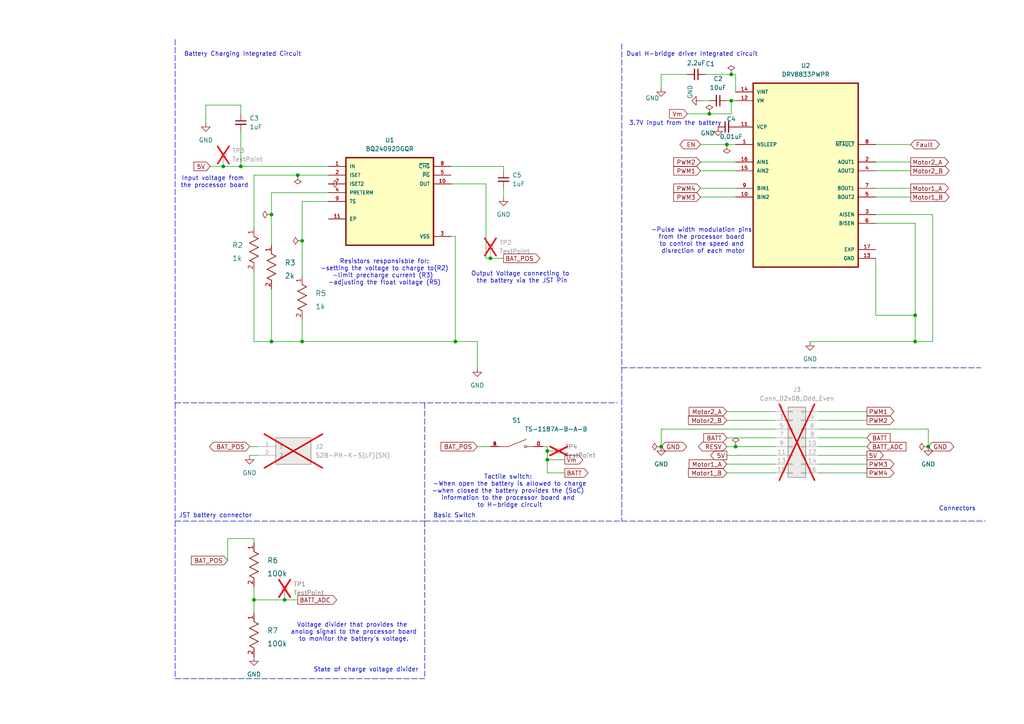
<source format=kicad_sch>
(kicad_sch
	(version 20231120)
	(generator "eeschema")
	(generator_version "8.0")
	(uuid "6dec9887-0953-4161-9adb-700ba93f1046")
	(paper "A4")
	(title_block
		(title "Power Subsystem circuit ")
		(date "2024-03-20")
		(rev "v01")
		(company "University of Cape Town ")
		(comment 2 "Olufisayo Akingbohungbe")
		(comment 3 "AKNOLU043")
	)
	(lib_symbols
		(symbol "2024-03-22_20-51-46:CR0603-FX-1002ELF"
			(pin_names
				(offset 0.254)
			)
			(exclude_from_sim no)
			(in_bom yes)
			(on_board yes)
			(property "Reference" "R"
				(at 5.715 3.81 0)
				(effects
					(font
						(size 1.524 1.524)
					)
				)
			)
			(property "Value" "CR0603-FX-1002ELF"
				(at 6.35 -3.81 0)
				(effects
					(font
						(size 1.524 1.524)
					)
				)
			)
			(property "Footprint" "BO_CR0603"
				(at 0 0 0)
				(effects
					(font
						(size 1.27 1.27)
						(italic yes)
					)
					(hide yes)
				)
			)
			(property "Datasheet" "CR0603-FX-1002ELF"
				(at 0 0 0)
				(effects
					(font
						(size 1.27 1.27)
						(italic yes)
					)
					(hide yes)
				)
			)
			(property "Description" ""
				(at 0 0 0)
				(effects
					(font
						(size 1.27 1.27)
					)
					(hide yes)
				)
			)
			(property "ki_locked" ""
				(at 0 0 0)
				(effects
					(font
						(size 1.27 1.27)
					)
				)
			)
			(property "ki_keywords" "CR0603-FX-1002ELF"
				(at 0 0 0)
				(effects
					(font
						(size 1.27 1.27)
					)
					(hide yes)
				)
			)
			(property "ki_fp_filters" "BO_CR0603 BO_CR0603-M BO_CR0603-L"
				(at 0 0 0)
				(effects
					(font
						(size 1.27 1.27)
					)
					(hide yes)
				)
			)
			(symbol "CR0603-FX-1002ELF_1_1"
				(polyline
					(pts
						(xy 2.54 0) (xy 3.175 1.27)
					)
					(stroke
						(width 0.2032)
						(type default)
					)
					(fill
						(type none)
					)
				)
				(polyline
					(pts
						(xy 3.175 1.27) (xy 4.445 -1.27)
					)
					(stroke
						(width 0.2032)
						(type default)
					)
					(fill
						(type none)
					)
				)
				(polyline
					(pts
						(xy 4.445 -1.27) (xy 5.715 1.27)
					)
					(stroke
						(width 0.2032)
						(type default)
					)
					(fill
						(type none)
					)
				)
				(polyline
					(pts
						(xy 5.715 1.27) (xy 6.985 -1.27)
					)
					(stroke
						(width 0.2032)
						(type default)
					)
					(fill
						(type none)
					)
				)
				(polyline
					(pts
						(xy 6.985 -1.27) (xy 8.255 1.27)
					)
					(stroke
						(width 0.2032)
						(type default)
					)
					(fill
						(type none)
					)
				)
				(polyline
					(pts
						(xy 8.255 1.27) (xy 9.525 -1.27)
					)
					(stroke
						(width 0.2032)
						(type default)
					)
					(fill
						(type none)
					)
				)
				(polyline
					(pts
						(xy 9.525 -1.27) (xy 10.16 0)
					)
					(stroke
						(width 0.2032)
						(type default)
					)
					(fill
						(type none)
					)
				)
				(pin unspecified line
					(at 0 0 0)
					(length 2.54)
					(name ""
						(effects
							(font
								(size 1.27 1.27)
							)
						)
					)
					(number "1"
						(effects
							(font
								(size 1.27 1.27)
							)
						)
					)
				)
				(pin unspecified line
					(at 12.7 0 180)
					(length 2.54)
					(name ""
						(effects
							(font
								(size 1.27 1.27)
							)
						)
					)
					(number "2"
						(effects
							(font
								(size 1.27 1.27)
							)
						)
					)
				)
			)
			(symbol "CR0603-FX-1002ELF_1_2"
				(polyline
					(pts
						(xy -1.27 3.175) (xy 1.27 4.445)
					)
					(stroke
						(width 0.2032)
						(type default)
					)
					(fill
						(type none)
					)
				)
				(polyline
					(pts
						(xy -1.27 5.715) (xy 1.27 6.985)
					)
					(stroke
						(width 0.2032)
						(type default)
					)
					(fill
						(type none)
					)
				)
				(polyline
					(pts
						(xy -1.27 8.255) (xy 1.27 9.525)
					)
					(stroke
						(width 0.2032)
						(type default)
					)
					(fill
						(type none)
					)
				)
				(polyline
					(pts
						(xy 0 2.54) (xy -1.27 3.175)
					)
					(stroke
						(width 0.2032)
						(type default)
					)
					(fill
						(type none)
					)
				)
				(polyline
					(pts
						(xy 1.27 4.445) (xy -1.27 5.715)
					)
					(stroke
						(width 0.2032)
						(type default)
					)
					(fill
						(type none)
					)
				)
				(polyline
					(pts
						(xy 1.27 6.985) (xy -1.27 8.255)
					)
					(stroke
						(width 0.2032)
						(type default)
					)
					(fill
						(type none)
					)
				)
				(polyline
					(pts
						(xy 1.27 9.525) (xy 0 10.16)
					)
					(stroke
						(width 0.2032)
						(type default)
					)
					(fill
						(type none)
					)
				)
				(pin unspecified line
					(at 0 12.7 270)
					(length 2.54)
					(name ""
						(effects
							(font
								(size 1.27 1.27)
							)
						)
					)
					(number "1"
						(effects
							(font
								(size 1.27 1.27)
							)
						)
					)
				)
				(pin unspecified line
					(at 0 0 90)
					(length 2.54)
					(name ""
						(effects
							(font
								(size 1.27 1.27)
							)
						)
					)
					(number "2"
						(effects
							(font
								(size 1.27 1.27)
							)
						)
					)
				)
			)
		)
		(symbol "BQ24092DGQR:BQ24092DGQR"
			(pin_names
				(offset 1.016)
			)
			(exclude_from_sim no)
			(in_bom yes)
			(on_board yes)
			(property "Reference" "U"
				(at -12.7 13.7 0)
				(effects
					(font
						(size 1.27 1.27)
					)
					(justify left bottom)
				)
			)
			(property "Value" "BQ24092DGQR"
				(at -12.7 -16.7 0)
				(effects
					(font
						(size 1.27 1.27)
					)
					(justify left bottom)
				)
			)
			(property "Footprint" "BQ24092DGQR:IC_XTR111AIDGQR"
				(at 0 0 0)
				(effects
					(font
						(size 1.27 1.27)
					)
					(justify bottom)
					(hide yes)
				)
			)
			(property "Datasheet" ""
				(at 0 0 0)
				(effects
					(font
						(size 1.27 1.27)
					)
					(hide yes)
				)
			)
			(property "Description" ""
				(at 0 0 0)
				(effects
					(font
						(size 1.27 1.27)
					)
					(hide yes)
				)
			)
			(property "DigiKey_Part_Number" "296-41204-2-ND"
				(at 0 0 0)
				(effects
					(font
						(size 1.27 1.27)
					)
					(justify bottom)
					(hide yes)
				)
			)
			(property "SnapEDA_Link" "https://www.snapeda.com/parts/BQ24092DGQR/Texas+Instruments/view-part/?ref=snap"
				(at 0 0 0)
				(effects
					(font
						(size 1.27 1.27)
					)
					(justify bottom)
					(hide yes)
				)
			)
			(property "Description_1" "\n1-cell, 1-A, Li-ion battery charger with operation over JEITA and 10kΩ NTC\n"
				(at 0 0 0)
				(effects
					(font
						(size 1.27 1.27)
					)
					(justify bottom)
					(hide yes)
				)
			)
			(property "MF" "Texas Instruments"
				(at 0 0 0)
				(effects
					(font
						(size 1.27 1.27)
					)
					(justify bottom)
					(hide yes)
				)
			)
			(property "Package" "HVSSOP-10 Texas Instruments"
				(at 0 0 0)
				(effects
					(font
						(size 1.27 1.27)
					)
					(justify bottom)
					(hide yes)
				)
			)
			(property "Check_prices" "https://www.snapeda.com/parts/BQ24092DGQR/Texas+Instruments/view-part/?ref=eda"
				(at 0 0 0)
				(effects
					(font
						(size 1.27 1.27)
					)
					(justify bottom)
					(hide yes)
				)
			)
			(property "MP" "BQ24092DGQR"
				(at 0 0 0)
				(effects
					(font
						(size 1.27 1.27)
					)
					(justify bottom)
					(hide yes)
				)
			)
			(symbol "BQ24092DGQR_0_0"
				(rectangle
					(start -12.7 -12.7)
					(end 12.7 12.7)
					(stroke
						(width 0.41)
						(type default)
					)
					(fill
						(type background)
					)
				)
				(pin input line
					(at -17.78 10.16 0)
					(length 5.08)
					(name "IN"
						(effects
							(font
								(size 1.016 1.016)
							)
						)
					)
					(number "1"
						(effects
							(font
								(size 1.016 1.016)
							)
						)
					)
				)
				(pin output line
					(at 17.78 5.08 180)
					(length 5.08)
					(name "OUT"
						(effects
							(font
								(size 1.016 1.016)
							)
						)
					)
					(number "10"
						(effects
							(font
								(size 1.016 1.016)
							)
						)
					)
				)
				(pin bidirectional line
					(at -17.78 -5.08 0)
					(length 5.08)
					(name "EP"
						(effects
							(font
								(size 1.016 1.016)
							)
						)
					)
					(number "11"
						(effects
							(font
								(size 1.016 1.016)
							)
						)
					)
				)
				(pin input line
					(at -17.78 7.62 0)
					(length 5.08)
					(name "ISET"
						(effects
							(font
								(size 1.016 1.016)
							)
						)
					)
					(number "2"
						(effects
							(font
								(size 1.016 1.016)
							)
						)
					)
				)
				(pin power_in line
					(at 17.78 -10.16 180)
					(length 5.08)
					(name "VSS"
						(effects
							(font
								(size 1.016 1.016)
							)
						)
					)
					(number "3"
						(effects
							(font
								(size 1.016 1.016)
							)
						)
					)
				)
				(pin input line
					(at -17.78 2.54 0)
					(length 5.08)
					(name "PRETERM"
						(effects
							(font
								(size 1.016 1.016)
							)
						)
					)
					(number "4"
						(effects
							(font
								(size 1.016 1.016)
							)
						)
					)
				)
				(pin output line
					(at 17.78 7.62 180)
					(length 5.08)
					(name "~{PG}"
						(effects
							(font
								(size 1.016 1.016)
							)
						)
					)
					(number "5"
						(effects
							(font
								(size 1.016 1.016)
							)
						)
					)
				)
				(pin input line
					(at -17.78 5.08 0)
					(length 5.08)
					(name "ISET2"
						(effects
							(font
								(size 1.016 1.016)
							)
						)
					)
					(number "7"
						(effects
							(font
								(size 1.016 1.016)
							)
						)
					)
				)
				(pin output line
					(at 17.78 10.16 180)
					(length 5.08)
					(name "~{CHG}"
						(effects
							(font
								(size 1.016 1.016)
							)
						)
					)
					(number "8"
						(effects
							(font
								(size 1.016 1.016)
							)
						)
					)
				)
				(pin input line
					(at -17.78 0 0)
					(length 5.08)
					(name "TS"
						(effects
							(font
								(size 1.016 1.016)
							)
						)
					)
					(number "9"
						(effects
							(font
								(size 1.016 1.016)
							)
						)
					)
				)
			)
		)
		(symbol "Connector:TestPoint"
			(pin_numbers hide)
			(pin_names
				(offset 0.762) hide)
			(exclude_from_sim no)
			(in_bom yes)
			(on_board yes)
			(property "Reference" "TP"
				(at 0 6.858 0)
				(effects
					(font
						(size 1.27 1.27)
					)
				)
			)
			(property "Value" "TestPoint"
				(at 0 5.08 0)
				(effects
					(font
						(size 1.27 1.27)
					)
				)
			)
			(property "Footprint" ""
				(at 5.08 0 0)
				(effects
					(font
						(size 1.27 1.27)
					)
					(hide yes)
				)
			)
			(property "Datasheet" "~"
				(at 5.08 0 0)
				(effects
					(font
						(size 1.27 1.27)
					)
					(hide yes)
				)
			)
			(property "Description" "test point"
				(at 0 0 0)
				(effects
					(font
						(size 1.27 1.27)
					)
					(hide yes)
				)
			)
			(property "ki_keywords" "test point tp"
				(at 0 0 0)
				(effects
					(font
						(size 1.27 1.27)
					)
					(hide yes)
				)
			)
			(property "ki_fp_filters" "Pin* Test*"
				(at 0 0 0)
				(effects
					(font
						(size 1.27 1.27)
					)
					(hide yes)
				)
			)
			(symbol "TestPoint_0_1"
				(circle
					(center 0 3.302)
					(radius 0.762)
					(stroke
						(width 0)
						(type default)
					)
					(fill
						(type none)
					)
				)
			)
			(symbol "TestPoint_1_1"
				(pin passive line
					(at 0 0 90)
					(length 2.54)
					(name "1"
						(effects
							(font
								(size 1.27 1.27)
							)
						)
					)
					(number "1"
						(effects
							(font
								(size 1.27 1.27)
							)
						)
					)
				)
			)
		)
		(symbol "Connector_Generic:Conn_02x08_Odd_Even"
			(pin_names
				(offset 1.016) hide)
			(exclude_from_sim no)
			(in_bom yes)
			(on_board yes)
			(property "Reference" "J"
				(at 1.27 10.16 0)
				(effects
					(font
						(size 1.27 1.27)
					)
				)
			)
			(property "Value" "Conn_02x08_Odd_Even"
				(at 1.27 -12.7 0)
				(effects
					(font
						(size 1.27 1.27)
					)
				)
			)
			(property "Footprint" ""
				(at 0 0 0)
				(effects
					(font
						(size 1.27 1.27)
					)
					(hide yes)
				)
			)
			(property "Datasheet" "~"
				(at 0 0 0)
				(effects
					(font
						(size 1.27 1.27)
					)
					(hide yes)
				)
			)
			(property "Description" "Generic connector, double row, 02x08, odd/even pin numbering scheme (row 1 odd numbers, row 2 even numbers), script generated (kicad-library-utils/schlib/autogen/connector/)"
				(at 0 0 0)
				(effects
					(font
						(size 1.27 1.27)
					)
					(hide yes)
				)
			)
			(property "ki_keywords" "connector"
				(at 0 0 0)
				(effects
					(font
						(size 1.27 1.27)
					)
					(hide yes)
				)
			)
			(property "ki_fp_filters" "Connector*:*_2x??_*"
				(at 0 0 0)
				(effects
					(font
						(size 1.27 1.27)
					)
					(hide yes)
				)
			)
			(symbol "Conn_02x08_Odd_Even_1_1"
				(rectangle
					(start -1.27 -10.033)
					(end 0 -10.287)
					(stroke
						(width 0.1524)
						(type default)
					)
					(fill
						(type none)
					)
				)
				(rectangle
					(start -1.27 -7.493)
					(end 0 -7.747)
					(stroke
						(width 0.1524)
						(type default)
					)
					(fill
						(type none)
					)
				)
				(rectangle
					(start -1.27 -4.953)
					(end 0 -5.207)
					(stroke
						(width 0.1524)
						(type default)
					)
					(fill
						(type none)
					)
				)
				(rectangle
					(start -1.27 -2.413)
					(end 0 -2.667)
					(stroke
						(width 0.1524)
						(type default)
					)
					(fill
						(type none)
					)
				)
				(rectangle
					(start -1.27 0.127)
					(end 0 -0.127)
					(stroke
						(width 0.1524)
						(type default)
					)
					(fill
						(type none)
					)
				)
				(rectangle
					(start -1.27 2.667)
					(end 0 2.413)
					(stroke
						(width 0.1524)
						(type default)
					)
					(fill
						(type none)
					)
				)
				(rectangle
					(start -1.27 5.207)
					(end 0 4.953)
					(stroke
						(width 0.1524)
						(type default)
					)
					(fill
						(type none)
					)
				)
				(rectangle
					(start -1.27 7.747)
					(end 0 7.493)
					(stroke
						(width 0.1524)
						(type default)
					)
					(fill
						(type none)
					)
				)
				(rectangle
					(start -1.27 8.89)
					(end 3.81 -11.43)
					(stroke
						(width 0.254)
						(type default)
					)
					(fill
						(type background)
					)
				)
				(rectangle
					(start 3.81 -10.033)
					(end 2.54 -10.287)
					(stroke
						(width 0.1524)
						(type default)
					)
					(fill
						(type none)
					)
				)
				(rectangle
					(start 3.81 -7.493)
					(end 2.54 -7.747)
					(stroke
						(width 0.1524)
						(type default)
					)
					(fill
						(type none)
					)
				)
				(rectangle
					(start 3.81 -4.953)
					(end 2.54 -5.207)
					(stroke
						(width 0.1524)
						(type default)
					)
					(fill
						(type none)
					)
				)
				(rectangle
					(start 3.81 -2.413)
					(end 2.54 -2.667)
					(stroke
						(width 0.1524)
						(type default)
					)
					(fill
						(type none)
					)
				)
				(rectangle
					(start 3.81 0.127)
					(end 2.54 -0.127)
					(stroke
						(width 0.1524)
						(type default)
					)
					(fill
						(type none)
					)
				)
				(rectangle
					(start 3.81 2.667)
					(end 2.54 2.413)
					(stroke
						(width 0.1524)
						(type default)
					)
					(fill
						(type none)
					)
				)
				(rectangle
					(start 3.81 5.207)
					(end 2.54 4.953)
					(stroke
						(width 0.1524)
						(type default)
					)
					(fill
						(type none)
					)
				)
				(rectangle
					(start 3.81 7.747)
					(end 2.54 7.493)
					(stroke
						(width 0.1524)
						(type default)
					)
					(fill
						(type none)
					)
				)
				(pin passive line
					(at -5.08 7.62 0)
					(length 3.81)
					(name "Pin_1"
						(effects
							(font
								(size 1.27 1.27)
							)
						)
					)
					(number "1"
						(effects
							(font
								(size 1.27 1.27)
							)
						)
					)
				)
				(pin passive line
					(at 7.62 -2.54 180)
					(length 3.81)
					(name "Pin_10"
						(effects
							(font
								(size 1.27 1.27)
							)
						)
					)
					(number "10"
						(effects
							(font
								(size 1.27 1.27)
							)
						)
					)
				)
				(pin passive line
					(at -5.08 -5.08 0)
					(length 3.81)
					(name "Pin_11"
						(effects
							(font
								(size 1.27 1.27)
							)
						)
					)
					(number "11"
						(effects
							(font
								(size 1.27 1.27)
							)
						)
					)
				)
				(pin passive line
					(at 7.62 -5.08 180)
					(length 3.81)
					(name "Pin_12"
						(effects
							(font
								(size 1.27 1.27)
							)
						)
					)
					(number "12"
						(effects
							(font
								(size 1.27 1.27)
							)
						)
					)
				)
				(pin passive line
					(at -5.08 -7.62 0)
					(length 3.81)
					(name "Pin_13"
						(effects
							(font
								(size 1.27 1.27)
							)
						)
					)
					(number "13"
						(effects
							(font
								(size 1.27 1.27)
							)
						)
					)
				)
				(pin passive line
					(at 7.62 -7.62 180)
					(length 3.81)
					(name "Pin_14"
						(effects
							(font
								(size 1.27 1.27)
							)
						)
					)
					(number "14"
						(effects
							(font
								(size 1.27 1.27)
							)
						)
					)
				)
				(pin passive line
					(at -5.08 -10.16 0)
					(length 3.81)
					(name "Pin_15"
						(effects
							(font
								(size 1.27 1.27)
							)
						)
					)
					(number "15"
						(effects
							(font
								(size 1.27 1.27)
							)
						)
					)
				)
				(pin passive line
					(at 7.62 -10.16 180)
					(length 3.81)
					(name "Pin_16"
						(effects
							(font
								(size 1.27 1.27)
							)
						)
					)
					(number "16"
						(effects
							(font
								(size 1.27 1.27)
							)
						)
					)
				)
				(pin passive line
					(at 7.62 7.62 180)
					(length 3.81)
					(name "Pin_2"
						(effects
							(font
								(size 1.27 1.27)
							)
						)
					)
					(number "2"
						(effects
							(font
								(size 1.27 1.27)
							)
						)
					)
				)
				(pin passive line
					(at -5.08 5.08 0)
					(length 3.81)
					(name "Pin_3"
						(effects
							(font
								(size 1.27 1.27)
							)
						)
					)
					(number "3"
						(effects
							(font
								(size 1.27 1.27)
							)
						)
					)
				)
				(pin passive line
					(at 7.62 5.08 180)
					(length 3.81)
					(name "Pin_4"
						(effects
							(font
								(size 1.27 1.27)
							)
						)
					)
					(number "4"
						(effects
							(font
								(size 1.27 1.27)
							)
						)
					)
				)
				(pin passive line
					(at -5.08 2.54 0)
					(length 3.81)
					(name "Pin_5"
						(effects
							(font
								(size 1.27 1.27)
							)
						)
					)
					(number "5"
						(effects
							(font
								(size 1.27 1.27)
							)
						)
					)
				)
				(pin passive line
					(at 7.62 2.54 180)
					(length 3.81)
					(name "Pin_6"
						(effects
							(font
								(size 1.27 1.27)
							)
						)
					)
					(number "6"
						(effects
							(font
								(size 1.27 1.27)
							)
						)
					)
				)
				(pin passive line
					(at -5.08 0 0)
					(length 3.81)
					(name "Pin_7"
						(effects
							(font
								(size 1.27 1.27)
							)
						)
					)
					(number "7"
						(effects
							(font
								(size 1.27 1.27)
							)
						)
					)
				)
				(pin passive line
					(at 7.62 0 180)
					(length 3.81)
					(name "Pin_8"
						(effects
							(font
								(size 1.27 1.27)
							)
						)
					)
					(number "8"
						(effects
							(font
								(size 1.27 1.27)
							)
						)
					)
				)
				(pin passive line
					(at -5.08 -2.54 0)
					(length 3.81)
					(name "Pin_9"
						(effects
							(font
								(size 1.27 1.27)
							)
						)
					)
					(number "9"
						(effects
							(font
								(size 1.27 1.27)
							)
						)
					)
				)
			)
		)
		(symbol "DRV8833PWPR:DRV8833PWPR"
			(pin_names
				(offset 1.016)
			)
			(exclude_from_sim no)
			(in_bom yes)
			(on_board yes)
			(property "Reference" "U"
				(at -15.24 28.94 0)
				(effects
					(font
						(size 1.27 1.27)
					)
					(justify left bottom)
				)
			)
			(property "Value" "DRV8833PWPR"
				(at -15.24 -29.4 0)
				(effects
					(font
						(size 1.27 1.27)
					)
					(justify left bottom)
				)
			)
			(property "Footprint" "DRV8833PWPR:IC_DRV8833PWPR"
				(at 0 0 0)
				(effects
					(font
						(size 1.27 1.27)
					)
					(justify bottom)
					(hide yes)
				)
			)
			(property "Datasheet" ""
				(at 0 0 0)
				(effects
					(font
						(size 1.27 1.27)
					)
					(hide yes)
				)
			)
			(property "Description" "10.8-V, 2-A dual H-bridge motor driver with current regulation 16-HTSSOP -40 to 85"
				(at 0 0 0)
				(effects
					(font
						(size 1.27 1.27)
					)
					(justify bottom)
					(hide yes)
				)
			)
			(property "MF" "Texas Instruments"
				(at 0 0 0)
				(effects
					(font
						(size 1.27 1.27)
					)
					(justify bottom)
					(hide yes)
				)
			)
			(property "MOUSER-PURCHASE-URL" "https://snapeda.com/shop?store=Mouser&id=377881"
				(at 0 0 0)
				(effects
					(font
						(size 1.27 1.27)
					)
					(justify bottom)
					(hide yes)
				)
			)
			(property "PACKAGE" "HTSSOP-16 Texas Instruments"
				(at 0 0 0)
				(effects
					(font
						(size 1.27 1.27)
					)
					(justify bottom)
					(hide yes)
				)
			)
			(property "Price" "None"
				(at 0 0 0)
				(effects
					(font
						(size 1.27 1.27)
					)
					(justify bottom)
					(hide yes)
				)
			)
			(property "PRICE" "None"
				(at 0 0 0)
				(effects
					(font
						(size 1.27 1.27)
					)
					(justify bottom)
					(hide yes)
				)
			)
			(property "Package" "HTSSOP-16 Texas Instruments"
				(at 0 0 0)
				(effects
					(font
						(size 1.27 1.27)
					)
					(justify bottom)
					(hide yes)
				)
			)
			(property "Check_prices" "https://www.snapeda.com/parts/DRV8833PWPR/Texas+Instruments/view-part/?ref=eda"
				(at 0 0 0)
				(effects
					(font
						(size 1.27 1.27)
					)
					(justify bottom)
					(hide yes)
				)
			)
			(property "STANDARD" "Manufacturer Recommendations"
				(at 0 0 0)
				(effects
					(font
						(size 1.27 1.27)
					)
					(justify bottom)
					(hide yes)
				)
			)
			(property "PARTREV" "E"
				(at 0 0 0)
				(effects
					(font
						(size 1.27 1.27)
					)
					(justify bottom)
					(hide yes)
				)
			)
			(property "SnapEDA_Link" "https://www.snapeda.com/parts/DRV8833PWPR/Texas+Instruments/view-part/?ref=snap"
				(at 0 0 0)
				(effects
					(font
						(size 1.27 1.27)
					)
					(justify bottom)
					(hide yes)
				)
			)
			(property "MP" "DRV8833PWPR"
				(at 0 0 0)
				(effects
					(font
						(size 1.27 1.27)
					)
					(justify bottom)
					(hide yes)
				)
			)
			(property "TEXAS_INSTRUMENTS-PURCHASE-URL" "https://snapeda.com/shop?store=Texas+Instruments&id=377881"
				(at 0 0 0)
				(effects
					(font
						(size 1.27 1.27)
					)
					(justify bottom)
					(hide yes)
				)
			)
			(property "MAXIMUM_PACKAGE_HEIGHT" "1.2mm"
				(at 0 0 0)
				(effects
					(font
						(size 1.27 1.27)
					)
					(justify bottom)
					(hide yes)
				)
			)
			(property "Description_1" "\n10.8-V, 2-A dual H-bridge motor driver with current regulation\n"
				(at 0 0 0)
				(effects
					(font
						(size 1.27 1.27)
					)
					(justify bottom)
					(hide yes)
				)
			)
			(property "Availability" "In Stock"
				(at 0 0 0)
				(effects
					(font
						(size 1.27 1.27)
					)
					(justify bottom)
					(hide yes)
				)
			)
			(property "AVAILABILITY" "Warning"
				(at 0 0 0)
				(effects
					(font
						(size 1.27 1.27)
					)
					(justify bottom)
					(hide yes)
				)
			)
			(property "DIGIKEY-PURCHASE-URL" "https://snapeda.com/shop?store=DigiKey&id=377881"
				(at 0 0 0)
				(effects
					(font
						(size 1.27 1.27)
					)
					(justify bottom)
					(hide yes)
				)
			)
			(property "MANUFACTURER" "Texas Instruments"
				(at 0 0 0)
				(effects
					(font
						(size 1.27 1.27)
					)
					(justify bottom)
					(hide yes)
				)
			)
			(symbol "DRV8833PWPR_0_0"
				(rectangle
					(start -15.24 -25.4)
					(end 15.24 27.94)
					(stroke
						(width 0.41)
						(type default)
					)
					(fill
						(type background)
					)
				)
				(pin input line
					(at -20.32 10.16 0)
					(length 5.08)
					(name "NSLEEP"
						(effects
							(font
								(size 1.016 1.016)
							)
						)
					)
					(number "1"
						(effects
							(font
								(size 1.016 1.016)
							)
						)
					)
				)
				(pin input line
					(at -20.32 -5.08 0)
					(length 5.08)
					(name "BIN2"
						(effects
							(font
								(size 1.016 1.016)
							)
						)
					)
					(number "10"
						(effects
							(font
								(size 1.016 1.016)
							)
						)
					)
				)
				(pin bidirectional line
					(at -20.32 15.24 0)
					(length 5.08)
					(name "VCP"
						(effects
							(font
								(size 1.016 1.016)
							)
						)
					)
					(number "11"
						(effects
							(font
								(size 1.016 1.016)
							)
						)
					)
				)
				(pin power_in line
					(at -20.32 22.86 0)
					(length 5.08)
					(name "VM"
						(effects
							(font
								(size 1.016 1.016)
							)
						)
					)
					(number "12"
						(effects
							(font
								(size 1.016 1.016)
							)
						)
					)
				)
				(pin power_in line
					(at 20.32 -22.86 180)
					(length 5.08)
					(name "GND"
						(effects
							(font
								(size 1.016 1.016)
							)
						)
					)
					(number "13"
						(effects
							(font
								(size 1.016 1.016)
							)
						)
					)
				)
				(pin power_in line
					(at -20.32 25.4 0)
					(length 5.08)
					(name "VINT"
						(effects
							(font
								(size 1.016 1.016)
							)
						)
					)
					(number "14"
						(effects
							(font
								(size 1.016 1.016)
							)
						)
					)
				)
				(pin input line
					(at -20.32 2.54 0)
					(length 5.08)
					(name "AIN2"
						(effects
							(font
								(size 1.016 1.016)
							)
						)
					)
					(number "15"
						(effects
							(font
								(size 1.016 1.016)
							)
						)
					)
				)
				(pin input line
					(at -20.32 5.08 0)
					(length 5.08)
					(name "AIN1"
						(effects
							(font
								(size 1.016 1.016)
							)
						)
					)
					(number "16"
						(effects
							(font
								(size 1.016 1.016)
							)
						)
					)
				)
				(pin passive line
					(at 20.32 -20.32 180)
					(length 5.08)
					(name "EXP"
						(effects
							(font
								(size 1.016 1.016)
							)
						)
					)
					(number "17"
						(effects
							(font
								(size 1.016 1.016)
							)
						)
					)
				)
				(pin output line
					(at 20.32 5.08 180)
					(length 5.08)
					(name "AOUT1"
						(effects
							(font
								(size 1.016 1.016)
							)
						)
					)
					(number "2"
						(effects
							(font
								(size 1.016 1.016)
							)
						)
					)
				)
				(pin bidirectional line
					(at 20.32 -10.16 180)
					(length 5.08)
					(name "AISEN"
						(effects
							(font
								(size 1.016 1.016)
							)
						)
					)
					(number "3"
						(effects
							(font
								(size 1.016 1.016)
							)
						)
					)
				)
				(pin output line
					(at 20.32 2.54 180)
					(length 5.08)
					(name "AOUT2"
						(effects
							(font
								(size 1.016 1.016)
							)
						)
					)
					(number "4"
						(effects
							(font
								(size 1.016 1.016)
							)
						)
					)
				)
				(pin output line
					(at 20.32 -5.08 180)
					(length 5.08)
					(name "BOUT2"
						(effects
							(font
								(size 1.016 1.016)
							)
						)
					)
					(number "5"
						(effects
							(font
								(size 1.016 1.016)
							)
						)
					)
				)
				(pin bidirectional line
					(at 20.32 -12.7 180)
					(length 5.08)
					(name "BISEN"
						(effects
							(font
								(size 1.016 1.016)
							)
						)
					)
					(number "6"
						(effects
							(font
								(size 1.016 1.016)
							)
						)
					)
				)
				(pin output line
					(at 20.32 -2.54 180)
					(length 5.08)
					(name "BOUT1"
						(effects
							(font
								(size 1.016 1.016)
							)
						)
					)
					(number "7"
						(effects
							(font
								(size 1.016 1.016)
							)
						)
					)
				)
				(pin output line
					(at 20.32 10.16 180)
					(length 5.08)
					(name "~{NFAULT}"
						(effects
							(font
								(size 1.016 1.016)
							)
						)
					)
					(number "8"
						(effects
							(font
								(size 1.016 1.016)
							)
						)
					)
				)
				(pin input line
					(at -20.32 -2.54 0)
					(length 5.08)
					(name "BIN1"
						(effects
							(font
								(size 1.016 1.016)
							)
						)
					)
					(number "9"
						(effects
							(font
								(size 1.016 1.016)
							)
						)
					)
				)
			)
		)
		(symbol "Device:C_Small"
			(pin_numbers hide)
			(pin_names
				(offset 0.254) hide)
			(exclude_from_sim no)
			(in_bom yes)
			(on_board yes)
			(property "Reference" "C"
				(at 0.254 1.778 0)
				(effects
					(font
						(size 1.27 1.27)
					)
					(justify left)
				)
			)
			(property "Value" "C_Small"
				(at 0.254 -2.032 0)
				(effects
					(font
						(size 1.27 1.27)
					)
					(justify left)
				)
			)
			(property "Footprint" ""
				(at 0 0 0)
				(effects
					(font
						(size 1.27 1.27)
					)
					(hide yes)
				)
			)
			(property "Datasheet" "~"
				(at 0 0 0)
				(effects
					(font
						(size 1.27 1.27)
					)
					(hide yes)
				)
			)
			(property "Description" "Unpolarized capacitor, small symbol"
				(at 0 0 0)
				(effects
					(font
						(size 1.27 1.27)
					)
					(hide yes)
				)
			)
			(property "ki_keywords" "capacitor cap"
				(at 0 0 0)
				(effects
					(font
						(size 1.27 1.27)
					)
					(hide yes)
				)
			)
			(property "ki_fp_filters" "C_*"
				(at 0 0 0)
				(effects
					(font
						(size 1.27 1.27)
					)
					(hide yes)
				)
			)
			(symbol "C_Small_0_1"
				(polyline
					(pts
						(xy -1.524 -0.508) (xy 1.524 -0.508)
					)
					(stroke
						(width 0.3302)
						(type default)
					)
					(fill
						(type none)
					)
				)
				(polyline
					(pts
						(xy -1.524 0.508) (xy 1.524 0.508)
					)
					(stroke
						(width 0.3048)
						(type default)
					)
					(fill
						(type none)
					)
				)
			)
			(symbol "C_Small_1_1"
				(pin passive line
					(at 0 2.54 270)
					(length 2.032)
					(name "~"
						(effects
							(font
								(size 1.27 1.27)
							)
						)
					)
					(number "1"
						(effects
							(font
								(size 1.27 1.27)
							)
						)
					)
				)
				(pin passive line
					(at 0 -2.54 90)
					(length 2.032)
					(name "~"
						(effects
							(font
								(size 1.27 1.27)
							)
						)
					)
					(number "2"
						(effects
							(font
								(size 1.27 1.27)
							)
						)
					)
				)
			)
		)
		(symbol "PWR_FLAG_1"
			(power)
			(pin_numbers hide)
			(pin_names
				(offset 0) hide)
			(exclude_from_sim no)
			(in_bom yes)
			(on_board yes)
			(property "Reference" "#FLG"
				(at 0 1.905 0)
				(effects
					(font
						(size 1.27 1.27)
					)
					(hide yes)
				)
			)
			(property "Value" "PWR_FLAG"
				(at 0 3.81 0)
				(effects
					(font
						(size 1.27 1.27)
					)
				)
			)
			(property "Footprint" ""
				(at 0 0 0)
				(effects
					(font
						(size 1.27 1.27)
					)
					(hide yes)
				)
			)
			(property "Datasheet" "~"
				(at 0 0 0)
				(effects
					(font
						(size 1.27 1.27)
					)
					(hide yes)
				)
			)
			(property "Description" "Special symbol for telling ERC where power comes from"
				(at 0 0 0)
				(effects
					(font
						(size 1.27 1.27)
					)
					(hide yes)
				)
			)
			(property "ki_keywords" "flag power"
				(at 0 0 0)
				(effects
					(font
						(size 1.27 1.27)
					)
					(hide yes)
				)
			)
			(symbol "PWR_FLAG_1_0_0"
				(pin power_out line
					(at 0 0 90)
					(length 0)
					(name "~"
						(effects
							(font
								(size 1.27 1.27)
							)
						)
					)
					(number "1"
						(effects
							(font
								(size 1.27 1.27)
							)
						)
					)
				)
			)
			(symbol "PWR_FLAG_1_0_1"
				(polyline
					(pts
						(xy 0 0) (xy 0 1.27) (xy -1.016 1.905) (xy 0 2.54) (xy 1.016 1.905) (xy 0 1.27)
					)
					(stroke
						(width 0)
						(type default)
					)
					(fill
						(type none)
					)
				)
			)
		)
		(symbol "S2B-PH-K-S_LF__SN_:S2B-PH-K-S_LF__SN_"
			(pin_names
				(offset 1.016)
			)
			(exclude_from_sim no)
			(in_bom yes)
			(on_board yes)
			(property "Reference" "J"
				(at -5.08 3.302 0)
				(effects
					(font
						(size 1.27 1.27)
					)
					(justify left bottom)
				)
			)
			(property "Value" "S2B-PH-K-S_LF__SN_"
				(at -5.08 -7.62 0)
				(effects
					(font
						(size 1.27 1.27)
					)
					(justify left bottom)
				)
			)
			(property "Footprint" "S2B-PH-K-S_LF__SN_:JST_S2B-PH-K-S_LF__SN_"
				(at 0 0 0)
				(effects
					(font
						(size 1.27 1.27)
					)
					(justify bottom)
					(hide yes)
				)
			)
			(property "Datasheet" ""
				(at 0 0 0)
				(effects
					(font
						(size 1.27 1.27)
					)
					(hide yes)
				)
			)
			(property "Description" "Connector Header Through Hole, Right Angle 2 position"
				(at 0 0 0)
				(effects
					(font
						(size 1.27 1.27)
					)
					(justify bottom)
					(hide yes)
				)
			)
			(property "MF" "JST Sales America Inc."
				(at 0 0 0)
				(effects
					(font
						(size 1.27 1.27)
					)
					(justify bottom)
					(hide yes)
				)
			)
			(property "MAXIMUM_PACKAGE_HEIGHT" "4.8mm"
				(at 0 0 0)
				(effects
					(font
						(size 1.27 1.27)
					)
					(justify bottom)
					(hide yes)
				)
			)
			(property "PACKAGE" "None"
				(at 0 0 0)
				(effects
					(font
						(size 1.27 1.27)
					)
					(justify bottom)
					(hide yes)
				)
			)
			(property "PRICE" "None"
				(at 0 0 0)
				(effects
					(font
						(size 1.27 1.27)
					)
					(justify bottom)
					(hide yes)
				)
			)
			(property "Package" "NON STANDARD-2 J.S.T."
				(at 0 0 0)
				(effects
					(font
						(size 1.27 1.27)
					)
					(justify bottom)
					(hide yes)
				)
			)
			(property "Check_prices" "https://www.snapeda.com/parts/S2B-PH-K-S(LF)(SN)/JST+Sales+America+Inc./view-part/?ref=eda"
				(at 0 0 0)
				(effects
					(font
						(size 1.27 1.27)
					)
					(justify bottom)
					(hide yes)
				)
			)
			(property "Price" "None"
				(at 0 0 0)
				(effects
					(font
						(size 1.27 1.27)
					)
					(justify bottom)
					(hide yes)
				)
			)
			(property "SnapEDA_Link" "https://www.snapeda.com/parts/S2B-PH-K-S(LF)(SN)/JST+Sales+America+Inc./view-part/?ref=snap"
				(at 0 0 0)
				(effects
					(font
						(size 1.27 1.27)
					)
					(justify bottom)
					(hide yes)
				)
			)
			(property "MP" "S2B-PH-K-S(LF)(SN)"
				(at 0 0 0)
				(effects
					(font
						(size 1.27 1.27)
					)
					(justify bottom)
					(hide yes)
				)
			)
			(property "Description_1" "\nConnector Header Through Hole, Right Angle 2 position\n"
				(at 0 0 0)
				(effects
					(font
						(size 1.27 1.27)
					)
					(justify bottom)
					(hide yes)
				)
			)
			(property "Availability" "In Stock"
				(at 0 0 0)
				(effects
					(font
						(size 1.27 1.27)
					)
					(justify bottom)
					(hide yes)
				)
			)
			(property "AVAILABILITY" "Unavailable"
				(at 0 0 0)
				(effects
					(font
						(size 1.27 1.27)
					)
					(justify bottom)
					(hide yes)
				)
			)
			(symbol "S2B-PH-K-S_LF__SN__0_0"
				(rectangle
					(start -5.08 -5.08)
					(end 5.08 2.54)
					(stroke
						(width 0.254)
						(type default)
					)
					(fill
						(type background)
					)
				)
				(pin passive line
					(at -10.16 0 0)
					(length 5.08)
					(name "1"
						(effects
							(font
								(size 1.016 1.016)
							)
						)
					)
					(number "1"
						(effects
							(font
								(size 1.016 1.016)
							)
						)
					)
				)
				(pin passive line
					(at -10.16 -2.54 0)
					(length 5.08)
					(name "2"
						(effects
							(font
								(size 1.016 1.016)
							)
						)
					)
					(number "2"
						(effects
							(font
								(size 1.016 1.016)
							)
						)
					)
				)
			)
		)
		(symbol "TS-1187A-B-A-B:TS-1187A-B-A-B"
			(pin_names
				(offset 1.016)
			)
			(exclude_from_sim no)
			(in_bom yes)
			(on_board yes)
			(property "Reference" "S"
				(at -2.54 2.54 0)
				(effects
					(font
						(size 1.27 1.27)
					)
					(justify left bottom)
				)
			)
			(property "Value" "TS-1187A-B-A-B"
				(at -2.54 -2.54 0)
				(effects
					(font
						(size 1.27 1.27)
					)
					(justify left top)
				)
			)
			(property "Footprint" "TS-1187A-B-A-B:SW_TS-1187A-B-A-B"
				(at 0 0 0)
				(effects
					(font
						(size 1.27 1.27)
					)
					(justify bottom)
					(hide yes)
				)
			)
			(property "Datasheet" ""
				(at 0 0 0)
				(effects
					(font
						(size 1.27 1.27)
					)
					(hide yes)
				)
			)
			(property "Description" ""
				(at 0 0 0)
				(effects
					(font
						(size 1.27 1.27)
					)
					(hide yes)
				)
			)
			(property "MF" "XKB Industrial Precision"
				(at 0 0 0)
				(effects
					(font
						(size 1.27 1.27)
					)
					(justify bottom)
					(hide yes)
				)
			)
			(property "MAXIMUM_PACKAGE_HEIGHT" "1.5mm"
				(at 0 0 0)
				(effects
					(font
						(size 1.27 1.27)
					)
					(justify bottom)
					(hide yes)
				)
			)
			(property "Package" "Package"
				(at 0 0 0)
				(effects
					(font
						(size 1.27 1.27)
					)
					(justify bottom)
					(hide yes)
				)
			)
			(property "Price" "None"
				(at 0 0 0)
				(effects
					(font
						(size 1.27 1.27)
					)
					(justify bottom)
					(hide yes)
				)
			)
			(property "Check_prices" "https://www.snapeda.com/parts/TS-1187A-B-A-B/XKB+Industrial+Precision/view-part/?ref=eda"
				(at 0 0 0)
				(effects
					(font
						(size 1.27 1.27)
					)
					(justify bottom)
					(hide yes)
				)
			)
			(property "STANDARD" "Manufacturer Recommendations"
				(at 0 0 0)
				(effects
					(font
						(size 1.27 1.27)
					)
					(justify bottom)
					(hide yes)
				)
			)
			(property "PARTREV" "A0"
				(at 0 0 0)
				(effects
					(font
						(size 1.27 1.27)
					)
					(justify bottom)
					(hide yes)
				)
			)
			(property "SnapEDA_Link" "https://www.snapeda.com/parts/TS-1187A-B-A-B/XKB+Industrial+Precision/view-part/?ref=snap"
				(at 0 0 0)
				(effects
					(font
						(size 1.27 1.27)
					)
					(justify bottom)
					(hide yes)
				)
			)
			(property "MP" "TS-1187A-B-A-B"
				(at 0 0 0)
				(effects
					(font
						(size 1.27 1.27)
					)
					(justify bottom)
					(hide yes)
				)
			)
			(property "Description_1" "\nTS-1187A-B-A-B XKB Connectivity\n"
				(at 0 0 0)
				(effects
					(font
						(size 1.27 1.27)
					)
					(justify bottom)
					(hide yes)
				)
			)
			(property "Availability" "Not in stock"
				(at 0 0 0)
				(effects
					(font
						(size 1.27 1.27)
					)
					(justify bottom)
					(hide yes)
				)
			)
			(property "MANUFACTURER" "XKB Industrial Precision"
				(at 0 0 0)
				(effects
					(font
						(size 1.27 1.27)
					)
					(justify bottom)
					(hide yes)
				)
			)
			(symbol "TS-1187A-B-A-B_0_0"
				(polyline
					(pts
						(xy -2.54 0) (xy -5.08 0)
					)
					(stroke
						(width 0.1524)
						(type default)
					)
					(fill
						(type none)
					)
				)
				(polyline
					(pts
						(xy -2.54 0) (xy 2.794 2.1336)
					)
					(stroke
						(width 0.1524)
						(type default)
					)
					(fill
						(type none)
					)
				)
				(polyline
					(pts
						(xy 5.08 0) (xy 2.921 0)
					)
					(stroke
						(width 0.1524)
						(type default)
					)
					(fill
						(type none)
					)
				)
				(circle
					(center 2.54 0)
					(radius 0.3302)
					(stroke
						(width 0.1524)
						(type default)
					)
					(fill
						(type none)
					)
				)
				(pin passive line
					(at -7.62 0 0)
					(length 2.54)
					(name "~"
						(effects
							(font
								(size 1.016 1.016)
							)
						)
					)
					(number "A"
						(effects
							(font
								(size 1.016 1.016)
							)
						)
					)
				)
				(pin passive line
					(at -7.62 0 0)
					(length 2.54)
					(name "~"
						(effects
							(font
								(size 1.016 1.016)
							)
						)
					)
					(number "B"
						(effects
							(font
								(size 1.016 1.016)
							)
						)
					)
				)
				(pin passive line
					(at 7.62 0 180)
					(length 2.54)
					(name "~"
						(effects
							(font
								(size 1.016 1.016)
							)
						)
					)
					(number "C"
						(effects
							(font
								(size 1.016 1.016)
							)
						)
					)
				)
				(pin passive line
					(at 7.62 0 180)
					(length 2.54)
					(name "~"
						(effects
							(font
								(size 1.016 1.016)
							)
						)
					)
					(number "D"
						(effects
							(font
								(size 1.016 1.016)
							)
						)
					)
				)
			)
		)
		(symbol "power:GND"
			(power)
			(pin_names
				(offset 0)
			)
			(exclude_from_sim no)
			(in_bom yes)
			(on_board yes)
			(property "Reference" "#PWR"
				(at 0 -6.35 0)
				(effects
					(font
						(size 1.27 1.27)
					)
					(hide yes)
				)
			)
			(property "Value" "GND"
				(at 0 -3.81 0)
				(effects
					(font
						(size 1.27 1.27)
					)
				)
			)
			(property "Footprint" ""
				(at 0 0 0)
				(effects
					(font
						(size 1.27 1.27)
					)
					(hide yes)
				)
			)
			(property "Datasheet" ""
				(at 0 0 0)
				(effects
					(font
						(size 1.27 1.27)
					)
					(hide yes)
				)
			)
			(property "Description" "Power symbol creates a global label with name \"GND\" , ground"
				(at 0 0 0)
				(effects
					(font
						(size 1.27 1.27)
					)
					(hide yes)
				)
			)
			(property "ki_keywords" "power-flag"
				(at 0 0 0)
				(effects
					(font
						(size 1.27 1.27)
					)
					(hide yes)
				)
			)
			(symbol "GND_0_1"
				(polyline
					(pts
						(xy 0 0) (xy 0 -1.27) (xy 1.27 -1.27) (xy 0 -2.54) (xy -1.27 -1.27) (xy 0 -1.27)
					)
					(stroke
						(width 0)
						(type default)
					)
					(fill
						(type none)
					)
				)
			)
			(symbol "GND_1_1"
				(pin power_in line
					(at 0 0 270)
					(length 0) hide
					(name "GND"
						(effects
							(font
								(size 1.27 1.27)
							)
						)
					)
					(number "1"
						(effects
							(font
								(size 1.27 1.27)
							)
						)
					)
				)
			)
		)
	)
	(junction
		(at 265.43 91.44)
		(diameter 0)
		(color 0 0 0 0)
		(uuid "108712a2-3a38-471f-bc01-e2bd58f836ae")
	)
	(junction
		(at 142.24 74.93)
		(diameter 0)
		(color 0 0 0 0)
		(uuid "1203827f-12bd-42a6-8f5c-2136f7ee60a0")
	)
	(junction
		(at 87.63 99.06)
		(diameter 0)
		(color 0 0 0 0)
		(uuid "1c59e70d-8afb-4fb1-82e4-f54b51b3120f")
	)
	(junction
		(at 73.66 173.99)
		(diameter 0)
		(color 0 0 0 0)
		(uuid "1ca720af-d878-406c-ac55-88e6b9287a37")
	)
	(junction
		(at 265.43 99.06)
		(diameter 0)
		(color 0 0 0 0)
		(uuid "1edbbbd7-192c-475a-9be8-38ace7695158")
	)
	(junction
		(at 158.75 130.81)
		(diameter 0)
		(color 0 0 0 0)
		(uuid "2389649b-f79e-4b78-ad0f-85a53e55be86")
	)
	(junction
		(at 269.24 129.54)
		(diameter 0)
		(color 0 0 0 0)
		(uuid "26247892-36a4-49fd-b84e-417dec50b867")
	)
	(junction
		(at 132.08 99.06)
		(diameter 0)
		(color 0 0 0 0)
		(uuid "34d8f5ab-5f85-4c46-96ea-9c8433da5b86")
	)
	(junction
		(at 86.36 50.8)
		(diameter 0)
		(color 0 0 0 0)
		(uuid "4264f244-5fd3-4f9c-a4c5-802aff214095")
	)
	(junction
		(at 191.77 129.54)
		(diameter 0)
		(color 0 0 0 0)
		(uuid "59be4e45-ebd1-4479-8380-56803c7fa513")
	)
	(junction
		(at 78.74 62.23)
		(diameter 0)
		(color 0 0 0 0)
		(uuid "5af393be-cf41-474d-8c8b-80a80ad06c54")
	)
	(junction
		(at 64.77 48.26)
		(diameter 0)
		(color 0 0 0 0)
		(uuid "625e92c1-2c80-4621-b2d4-951eb0420f3c")
	)
	(junction
		(at 205.74 33.02)
		(diameter 0)
		(color 0 0 0 0)
		(uuid "62ac814e-640e-47df-bf2d-765964dcdbb6")
	)
	(junction
		(at 87.63 69.85)
		(diameter 0)
		(color 0 0 0 0)
		(uuid "715ffbd2-93dd-42d0-ba1d-ddfafa0e0646")
	)
	(junction
		(at 213.36 129.54)
		(diameter 0)
		(color 0 0 0 0)
		(uuid "746cb6d9-57e0-42c6-9fc9-e958112686b2")
	)
	(junction
		(at 212.09 21.59)
		(diameter 0)
		(color 0 0 0 0)
		(uuid "7a45732f-bb13-4662-aabc-5dda37070c1d")
	)
	(junction
		(at 78.74 99.06)
		(diameter 0)
		(color 0 0 0 0)
		(uuid "a10292ca-aac6-4a5a-a774-a04f79d44fa2")
	)
	(junction
		(at 82.55 173.99)
		(diameter 0)
		(color 0 0 0 0)
		(uuid "b21bd914-84f2-4699-97bc-f3be768dda11")
	)
	(junction
		(at 158.75 133.35)
		(diameter 0)
		(color 0 0 0 0)
		(uuid "df267f2f-9179-4b32-9426-6b7dce41589b")
	)
	(junction
		(at 210.82 41.91)
		(diameter 0)
		(color 0 0 0 0)
		(uuid "e2494908-c7d0-4651-bdce-5e686e09fbcf")
	)
	(junction
		(at 69.85 48.26)
		(diameter 0)
		(color 0 0 0 0)
		(uuid "e29eb57f-f8ca-491a-999c-ae0d17304cc8")
	)
	(junction
		(at 212.09 29.21)
		(diameter 0)
		(color 0 0 0 0)
		(uuid "fc58f905-f78f-4043-8ff7-028e2a7df90d")
	)
	(wire
		(pts
			(xy 213.36 129.54) (xy 224.79 129.54)
		)
		(stroke
			(width 0)
			(type default)
		)
		(uuid "012626e4-efc8-4b21-ae76-18a6913ec0ee")
	)
	(wire
		(pts
			(xy 69.85 33.02) (xy 69.85 30.48)
		)
		(stroke
			(width 0)
			(type default)
		)
		(uuid "07b80ee0-51ec-4b52-8bba-b79780d7f6e9")
	)
	(wire
		(pts
			(xy 132.08 99.06) (xy 138.43 99.06)
		)
		(stroke
			(width 0)
			(type default)
		)
		(uuid "08f67508-ae13-43ea-9410-f37128ba5d90")
	)
	(wire
		(pts
			(xy 251.46 132.08) (xy 237.49 132.08)
		)
		(stroke
			(width 0)
			(type default)
		)
		(uuid "0e4f5235-bc8d-43bc-8a94-4e7daf2b7790")
	)
	(wire
		(pts
			(xy 251.46 137.16) (xy 237.49 137.16)
		)
		(stroke
			(width 0)
			(type default)
		)
		(uuid "0e639c2a-1976-4066-a0f5-0bcd64a0d4e7")
	)
	(wire
		(pts
			(xy 254 57.15) (xy 264.16 57.15)
		)
		(stroke
			(width 0)
			(type default)
		)
		(uuid "125cfdb9-cdb2-45f4-99d8-2161b37a9cfa")
	)
	(wire
		(pts
			(xy 130.81 53.34) (xy 140.97 53.34)
		)
		(stroke
			(width 0)
			(type default)
		)
		(uuid "13034623-3832-4060-9a09-f4026ace8035")
	)
	(wire
		(pts
			(xy 251.46 129.54) (xy 237.49 129.54)
		)
		(stroke
			(width 0)
			(type default)
		)
		(uuid "1358d079-7ed2-42e3-b5d0-6c7c8bc224ec")
	)
	(wire
		(pts
			(xy 199.39 33.02) (xy 205.74 33.02)
		)
		(stroke
			(width 0)
			(type default)
		)
		(uuid "141eca75-d603-43c4-96da-62912fe47b16")
	)
	(wire
		(pts
			(xy 210.82 137.16) (xy 224.79 137.16)
		)
		(stroke
			(width 0)
			(type default)
		)
		(uuid "16310d0e-7011-4370-86e7-be5ac7b82973")
	)
	(wire
		(pts
			(xy 87.63 99.06) (xy 132.08 99.06)
		)
		(stroke
			(width 0)
			(type default)
		)
		(uuid "170dbd71-9da4-46b7-ae1a-0b68eff6f34c")
	)
	(wire
		(pts
			(xy 210.82 119.38) (xy 224.79 119.38)
		)
		(stroke
			(width 0)
			(type default)
		)
		(uuid "178afa09-f588-4810-90d3-c6d164db4de9")
	)
	(wire
		(pts
			(xy 191.77 124.46) (xy 191.77 129.54)
		)
		(stroke
			(width 0)
			(type default)
		)
		(uuid "1aa9590e-ccd7-49bc-930c-6628f6e66de1")
	)
	(wire
		(pts
			(xy 191.77 21.59) (xy 191.77 25.4)
		)
		(stroke
			(width 0)
			(type default)
		)
		(uuid "1b28acdd-a05c-477e-b85f-4aed7d3a3131")
	)
	(wire
		(pts
			(xy 140.97 74.93) (xy 142.24 74.93)
		)
		(stroke
			(width 0)
			(type default)
		)
		(uuid "1f65f091-b1e4-4af5-81f0-b596c6868f28")
	)
	(wire
		(pts
			(xy 210.82 129.54) (xy 213.36 129.54)
		)
		(stroke
			(width 0)
			(type default)
		)
		(uuid "22451b89-93bf-4acf-9d15-25ed0575ec6a")
	)
	(wire
		(pts
			(xy 265.43 64.77) (xy 265.43 91.44)
		)
		(stroke
			(width 0)
			(type default)
		)
		(uuid "23f191f5-9665-40c9-af61-bb58705d3699")
	)
	(polyline
		(pts
			(xy 123.19 151.13) (xy 123.19 196.85)
		)
		(stroke
			(width 0)
			(type dash)
		)
		(uuid "2491ef71-81c9-4f08-9a69-95dd1c834811")
	)
	(wire
		(pts
			(xy 210.82 132.08) (xy 224.79 132.08)
		)
		(stroke
			(width 0)
			(type default)
		)
		(uuid "2947fdf8-f51c-450a-869a-86a6f7e0463e")
	)
	(polyline
		(pts
			(xy 50.8 151.13) (xy 50.8 196.85)
		)
		(stroke
			(width 0)
			(type dash)
		)
		(uuid "2bdbd9db-ce84-4abf-9d23-937c3445f1de")
	)
	(wire
		(pts
			(xy 130.81 48.26) (xy 146.05 48.26)
		)
		(stroke
			(width 0)
			(type default)
		)
		(uuid "2cbe6470-7095-4309-be5e-a1a08b604b26")
	)
	(wire
		(pts
			(xy 95.25 50.8) (xy 86.36 50.8)
		)
		(stroke
			(width 0)
			(type default)
		)
		(uuid "2f3aa77e-1541-4d53-8293-91d3052546e5")
	)
	(wire
		(pts
			(xy 73.66 78.74) (xy 73.66 99.06)
		)
		(stroke
			(width 0)
			(type default)
		)
		(uuid "32a61402-afd5-402c-8b47-d3f1f39f8ba0")
	)
	(wire
		(pts
			(xy 203.2 46.99) (xy 213.36 46.99)
		)
		(stroke
			(width 0)
			(type default)
		)
		(uuid "32bcdbe2-063b-45eb-8ac1-58e6f1654620")
	)
	(wire
		(pts
			(xy 140.97 53.34) (xy 140.97 74.93)
		)
		(stroke
			(width 0)
			(type default)
		)
		(uuid "32cafe0e-420c-4e3f-9eb3-b42de3bbb86f")
	)
	(wire
		(pts
			(xy 74.93 129.54) (xy 72.39 129.54)
		)
		(stroke
			(width 0)
			(type default)
		)
		(uuid "35a34d68-0392-45be-9384-d16d7f4b71c5")
	)
	(wire
		(pts
			(xy 138.43 129.54) (xy 142.24 129.54)
		)
		(stroke
			(width 0)
			(type default)
		)
		(uuid "36f3785a-f0d7-4148-b800-9d7a07805b53")
	)
	(wire
		(pts
			(xy 213.36 29.21) (xy 212.09 29.21)
		)
		(stroke
			(width 0)
			(type default)
		)
		(uuid "3726fef5-2e1c-4ffa-bacd-8325b5c1e94c")
	)
	(wire
		(pts
			(xy 191.77 21.59) (xy 199.39 21.59)
		)
		(stroke
			(width 0)
			(type default)
		)
		(uuid "379f9111-de87-49b7-975a-656aa8964aae")
	)
	(wire
		(pts
			(xy 254 49.53) (xy 264.16 49.53)
		)
		(stroke
			(width 0)
			(type default)
		)
		(uuid "37a6076a-6763-418a-ae97-6cf1ef9bbf6e")
	)
	(wire
		(pts
			(xy 69.85 48.26) (xy 95.25 48.26)
		)
		(stroke
			(width 0)
			(type default)
		)
		(uuid "3828a9bd-e8ba-4d4a-b25e-9ff30140427b")
	)
	(wire
		(pts
			(xy 146.05 48.26) (xy 146.05 49.53)
		)
		(stroke
			(width 0)
			(type default)
		)
		(uuid "39176f12-76fd-499a-8e79-774f3ae46d5c")
	)
	(wire
		(pts
			(xy 270.51 62.23) (xy 270.51 99.06)
		)
		(stroke
			(width 0)
			(type default)
		)
		(uuid "39aeaca4-1acc-4f5a-8f37-47fc0c4c2dc9")
	)
	(polyline
		(pts
			(xy 180.34 151.13) (xy 285.75 151.13)
		)
		(stroke
			(width 0)
			(type dash)
		)
		(uuid "3c038c9e-6f30-49d6-968d-7b7f1798f889")
	)
	(wire
		(pts
			(xy 203.2 54.61) (xy 213.36 54.61)
		)
		(stroke
			(width 0)
			(type default)
		)
		(uuid "3c0a819f-9bb6-4616-8861-d226947ce25d")
	)
	(wire
		(pts
			(xy 132.08 68.58) (xy 132.08 99.06)
		)
		(stroke
			(width 0)
			(type default)
		)
		(uuid "3d746a4b-0651-40d5-b4e7-1efd0c6820a2")
	)
	(wire
		(pts
			(xy 269.24 124.46) (xy 269.24 129.54)
		)
		(stroke
			(width 0)
			(type default)
		)
		(uuid "3f97f96e-df8e-4370-b812-5b5e3573290c")
	)
	(wire
		(pts
			(xy 254 74.93) (xy 254 91.44)
		)
		(stroke
			(width 0)
			(type default)
		)
		(uuid "3fef9826-29dd-4d13-8321-392327dc16ef")
	)
	(wire
		(pts
			(xy 78.74 99.06) (xy 87.63 99.06)
		)
		(stroke
			(width 0)
			(type default)
		)
		(uuid "4608691e-b57e-4615-a9f4-614d3cfcd75c")
	)
	(wire
		(pts
			(xy 210.82 121.92) (xy 224.79 121.92)
		)
		(stroke
			(width 0)
			(type default)
		)
		(uuid "4c8645e2-27c5-44e5-88fa-5ae63bede570")
	)
	(wire
		(pts
			(xy 191.77 124.46) (xy 224.79 124.46)
		)
		(stroke
			(width 0)
			(type default)
		)
		(uuid "4caa0008-cb56-4f1c-a58f-b9ca1ff64c02")
	)
	(wire
		(pts
			(xy 205.74 33.02) (xy 212.09 33.02)
		)
		(stroke
			(width 0)
			(type default)
		)
		(uuid "4d316dde-cdc5-459c-9f87-e23d2a56eaa1")
	)
	(polyline
		(pts
			(xy 180.34 106.68) (xy 180.34 151.13)
		)
		(stroke
			(width 0)
			(type dash)
		)
		(uuid "4dae90ca-29d7-4cbf-b58f-1c59bf4df49b")
	)
	(wire
		(pts
			(xy 78.74 83.82) (xy 78.74 99.06)
		)
		(stroke
			(width 0)
			(type default)
		)
		(uuid "576fcc41-425d-454b-9517-aba9b450aaab")
	)
	(wire
		(pts
			(xy 78.74 55.88) (xy 78.74 62.23)
		)
		(stroke
			(width 0)
			(type default)
		)
		(uuid "5a5fe894-949c-498f-959a-ab2e6d3bb889")
	)
	(wire
		(pts
			(xy 130.81 68.58) (xy 132.08 68.58)
		)
		(stroke
			(width 0)
			(type default)
		)
		(uuid "5b12007b-748c-4730-b3e0-f55383929a0e")
	)
	(wire
		(pts
			(xy 251.46 127) (xy 237.49 127)
		)
		(stroke
			(width 0)
			(type default)
		)
		(uuid "5bbf9412-5114-420b-9262-2300ef529139")
	)
	(wire
		(pts
			(xy 265.43 99.06) (xy 270.51 99.06)
		)
		(stroke
			(width 0)
			(type default)
		)
		(uuid "5de2c148-a23c-4977-91cd-522b0625c401")
	)
	(wire
		(pts
			(xy 73.66 50.8) (xy 73.66 66.04)
		)
		(stroke
			(width 0)
			(type default)
		)
		(uuid "5e70054d-dc4b-4474-98b8-3c48afdd6373")
	)
	(wire
		(pts
			(xy 237.49 124.46) (xy 269.24 124.46)
		)
		(stroke
			(width 0)
			(type default)
		)
		(uuid "61cd7ca3-e0b7-42a4-9e45-0b4819142365")
	)
	(wire
		(pts
			(xy 251.46 121.92) (xy 237.49 121.92)
		)
		(stroke
			(width 0)
			(type default)
		)
		(uuid "630f71e5-165c-458d-9174-e1506f22b4aa")
	)
	(wire
		(pts
			(xy 204.47 21.59) (xy 212.09 21.59)
		)
		(stroke
			(width 0)
			(type default)
		)
		(uuid "6754ee74-1677-4019-bf26-a1989aed47d8")
	)
	(wire
		(pts
			(xy 254 41.91) (xy 264.16 41.91)
		)
		(stroke
			(width 0)
			(type default)
		)
		(uuid "69689efa-6e5d-4c5e-a117-780a1f84a337")
	)
	(polyline
		(pts
			(xy 180.34 12.7) (xy 180.34 106.68)
		)
		(stroke
			(width 0)
			(type dash)
		)
		(uuid "6d5e7f7b-a287-4299-ae4a-cf9213a3943a")
	)
	(polyline
		(pts
			(xy 50.8 116.84) (xy 179.07 116.84)
		)
		(stroke
			(width 0)
			(type dash)
		)
		(uuid "71986708-07ed-4888-b035-a6b9075ccf82")
	)
	(wire
		(pts
			(xy 60.96 48.26) (xy 64.77 48.26)
		)
		(stroke
			(width 0)
			(type default)
		)
		(uuid "72a77538-f244-4eb9-8413-8fcde4b68fe0")
	)
	(wire
		(pts
			(xy 95.25 55.88) (xy 78.74 55.88)
		)
		(stroke
			(width 0)
			(type default)
		)
		(uuid "78b3b517-5a04-4d4c-bfc2-169b33d2201a")
	)
	(wire
		(pts
			(xy 212.09 21.59) (xy 213.36 21.59)
		)
		(stroke
			(width 0)
			(type default)
		)
		(uuid "7a357c86-ea9a-40b7-aed5-037e130a410d")
	)
	(wire
		(pts
			(xy 142.24 74.93) (xy 146.05 74.93)
		)
		(stroke
			(width 0)
			(type default)
		)
		(uuid "7b1e6baa-5ffb-4f5d-8f24-4167900d4701")
	)
	(wire
		(pts
			(xy 59.69 30.48) (xy 59.69 35.56)
		)
		(stroke
			(width 0)
			(type default)
		)
		(uuid "7bcb3a24-3e9a-42fe-995a-aa6fde236942")
	)
	(polyline
		(pts
			(xy 180.34 106.68) (xy 284.48 106.68)
		)
		(stroke
			(width 0)
			(type dash)
		)
		(uuid "7bdafbb8-95ae-42f4-9c19-7ba149d386c6")
	)
	(wire
		(pts
			(xy 251.46 134.62) (xy 237.49 134.62)
		)
		(stroke
			(width 0)
			(type default)
		)
		(uuid "7fbe0a5b-391c-4cf8-96ca-c66de69a90b6")
	)
	(wire
		(pts
			(xy 73.66 173.99) (xy 82.55 173.99)
		)
		(stroke
			(width 0)
			(type default)
		)
		(uuid "7fcc5b47-70e2-4989-a14f-a72fef9e595d")
	)
	(wire
		(pts
			(xy 87.63 69.85) (xy 87.63 80.01)
		)
		(stroke
			(width 0)
			(type default)
		)
		(uuid "7fff2223-49c8-4dc3-be17-898e4c010262")
	)
	(wire
		(pts
			(xy 73.66 170.18) (xy 73.66 173.99)
		)
		(stroke
			(width 0)
			(type default)
		)
		(uuid "82b86b6e-7044-46c2-a227-2b92aaaea4c5")
	)
	(polyline
		(pts
			(xy 50.8 151.13) (xy 123.19 151.13)
		)
		(stroke
			(width 0)
			(type dash)
		)
		(uuid "8416bb97-a6c9-4e42-8441-e68322535efa")
	)
	(wire
		(pts
			(xy 87.63 58.42) (xy 87.63 69.85)
		)
		(stroke
			(width 0)
			(type default)
		)
		(uuid "863a0b6e-8c9b-474c-b43e-ccb0f8d10a2b")
	)
	(wire
		(pts
			(xy 254 62.23) (xy 270.51 62.23)
		)
		(stroke
			(width 0)
			(type default)
		)
		(uuid "86421b3b-4dd6-4e85-b632-611b81c857ac")
	)
	(wire
		(pts
			(xy 251.46 119.38) (xy 237.49 119.38)
		)
		(stroke
			(width 0)
			(type default)
		)
		(uuid "86e4db86-aed1-4da0-8f3a-309ff3c1d79a")
	)
	(wire
		(pts
			(xy 73.66 157.48) (xy 73.66 156.21)
		)
		(stroke
			(width 0)
			(type default)
		)
		(uuid "8af286d2-c24f-4422-b1e0-ed1f54b768a8")
	)
	(wire
		(pts
			(xy 254 46.99) (xy 264.16 46.99)
		)
		(stroke
			(width 0)
			(type default)
		)
		(uuid "8d698758-77cf-4831-9289-28ce16561183")
	)
	(wire
		(pts
			(xy 87.63 92.71) (xy 87.63 99.06)
		)
		(stroke
			(width 0)
			(type default)
		)
		(uuid "8f4979a8-3c84-44b2-8576-e50de07d07f8")
	)
	(wire
		(pts
			(xy 59.69 30.48) (xy 69.85 30.48)
		)
		(stroke
			(width 0)
			(type default)
		)
		(uuid "9151acb4-c0e0-47d3-8f92-b36ad45d2363")
	)
	(wire
		(pts
			(xy 73.66 99.06) (xy 78.74 99.06)
		)
		(stroke
			(width 0)
			(type default)
		)
		(uuid "9178ed96-81bc-4066-b8ef-ee0193a5a9f9")
	)
	(wire
		(pts
			(xy 265.43 91.44) (xy 265.43 99.06)
		)
		(stroke
			(width 0)
			(type default)
		)
		(uuid "924c46cb-58b1-44e4-963a-63004ad73abe")
	)
	(wire
		(pts
			(xy 87.63 58.42) (xy 95.25 58.42)
		)
		(stroke
			(width 0)
			(type default)
		)
		(uuid "95146d0c-5dda-4cae-b0e2-c74d594cbf99")
	)
	(wire
		(pts
			(xy 74.93 132.08) (xy 72.39 132.08)
		)
		(stroke
			(width 0)
			(type default)
		)
		(uuid "967bd5d6-5507-4de0-bb0f-4994f86adaf0")
	)
	(wire
		(pts
			(xy 73.66 156.21) (xy 66.04 156.21)
		)
		(stroke
			(width 0)
			(type default)
		)
		(uuid "96ae911f-968e-4390-8500-9ac64ca39d92")
	)
	(polyline
		(pts
			(xy 50.8 11.43) (xy 50.8 116.84)
		)
		(stroke
			(width 0)
			(type dash)
		)
		(uuid "971ecd98-a667-4169-a8f1-ca11874c57af")
	)
	(wire
		(pts
			(xy 210.82 41.91) (xy 213.36 41.91)
		)
		(stroke
			(width 0)
			(type default)
		)
		(uuid "99ff686a-e595-45d5-94a4-b26a8f5d7374")
	)
	(wire
		(pts
			(xy 203.2 57.15) (xy 213.36 57.15)
		)
		(stroke
			(width 0)
			(type default)
		)
		(uuid "9cd5f805-3b97-4bc2-ae7f-38f0b2fb1d44")
	)
	(wire
		(pts
			(xy 212.09 29.21) (xy 210.82 29.21)
		)
		(stroke
			(width 0)
			(type default)
		)
		(uuid "a2b25ada-b055-4c15-b13a-3427e2a8e918")
	)
	(wire
		(pts
			(xy 212.09 29.21) (xy 212.09 33.02)
		)
		(stroke
			(width 0)
			(type default)
		)
		(uuid "a7416224-4e2b-4aa2-8578-466a6aa322f3")
	)
	(wire
		(pts
			(xy 254 64.77) (xy 265.43 64.77)
		)
		(stroke
			(width 0)
			(type default)
		)
		(uuid "b2bce0fb-f803-451e-b57a-0c6448fea206")
	)
	(wire
		(pts
			(xy 234.95 99.06) (xy 265.43 99.06)
		)
		(stroke
			(width 0)
			(type default)
		)
		(uuid "b4013de5-09e5-4cd0-a722-0798518c5678")
	)
	(wire
		(pts
			(xy 158.75 133.35) (xy 163.83 133.35)
		)
		(stroke
			(width 0)
			(type default)
		)
		(uuid "b4cbe23d-50f5-4920-ba82-63943658ea87")
	)
	(wire
		(pts
			(xy 203.2 41.91) (xy 210.82 41.91)
		)
		(stroke
			(width 0)
			(type default)
		)
		(uuid "b54be4f2-59ad-4f07-851f-d41e367b4aa8")
	)
	(wire
		(pts
			(xy 213.36 26.67) (xy 213.36 21.59)
		)
		(stroke
			(width 0)
			(type default)
		)
		(uuid "ba481a7d-cc91-4bc4-9215-47194bdf1c4a")
	)
	(polyline
		(pts
			(xy 50.8 116.84) (xy 50.8 151.13)
		)
		(stroke
			(width 0)
			(type dash)
		)
		(uuid "bb94b0d5-43e3-4800-ae9e-ba60fd5a7c12")
	)
	(polyline
		(pts
			(xy 123.19 151.13) (xy 180.34 151.13)
		)
		(stroke
			(width 0)
			(type dash)
		)
		(uuid "bbc092f8-87be-4e2f-8c66-082cae5410c2")
	)
	(wire
		(pts
			(xy 86.36 50.8) (xy 73.66 50.8)
		)
		(stroke
			(width 0)
			(type default)
		)
		(uuid "bcbcedff-6075-41d6-ae55-bfe1e178405d")
	)
	(wire
		(pts
			(xy 210.82 134.62) (xy 224.79 134.62)
		)
		(stroke
			(width 0)
			(type default)
		)
		(uuid "bf19579c-7808-42de-bf6b-5ec07d7e9c17")
	)
	(wire
		(pts
			(xy 73.66 173.99) (xy 73.66 177.8)
		)
		(stroke
			(width 0)
			(type default)
		)
		(uuid "c0d0f64a-15cb-4b07-aee4-2d6f7fc2a5f8")
	)
	(polyline
		(pts
			(xy 50.8 196.85) (xy 123.19 196.85)
		)
		(stroke
			(width 0)
			(type dash)
		)
		(uuid "c1c8dc42-46d2-49f9-a616-4271e2aeb668")
	)
	(wire
		(pts
			(xy 158.75 130.81) (xy 158.75 133.35)
		)
		(stroke
			(width 0)
			(type default)
		)
		(uuid "c960b567-59e9-4073-b494-b70cd5fa08c8")
	)
	(wire
		(pts
			(xy 254 91.44) (xy 265.43 91.44)
		)
		(stroke
			(width 0)
			(type default)
		)
		(uuid "cbd2ac92-4714-4e91-851a-717112c6b306")
	)
	(wire
		(pts
			(xy 157.48 129.54) (xy 158.75 129.54)
		)
		(stroke
			(width 0)
			(type default)
		)
		(uuid "cceb5917-e79e-411b-8505-c3d6f07753a4")
	)
	(wire
		(pts
			(xy 205.74 29.21) (xy 203.2 29.21)
		)
		(stroke
			(width 0)
			(type default)
		)
		(uuid "ce2c4e6a-f208-4e3c-b3f4-285aabe3e4a0")
	)
	(wire
		(pts
			(xy 254 54.61) (xy 264.16 54.61)
		)
		(stroke
			(width 0)
			(type default)
		)
		(uuid "d66a1457-9105-44b5-a0d9-3f714fe31a1a")
	)
	(wire
		(pts
			(xy 138.43 99.06) (xy 138.43 106.68)
		)
		(stroke
			(width 0)
			(type default)
		)
		(uuid "d6c9c2b9-79ee-4ec2-b614-0f8c05d46f29")
	)
	(wire
		(pts
			(xy 64.77 48.26) (xy 69.85 48.26)
		)
		(stroke
			(width 0)
			(type default)
		)
		(uuid "d6f1a06a-bf4b-4085-9a37-3ee06c414689")
	)
	(wire
		(pts
			(xy 146.05 54.61) (xy 146.05 57.15)
		)
		(stroke
			(width 0)
			(type default)
		)
		(uuid "da795069-c5af-48f8-9f2d-53f864c5f222")
	)
	(wire
		(pts
			(xy 66.04 156.21) (xy 66.04 162.56)
		)
		(stroke
			(width 0)
			(type default)
		)
		(uuid "e402b303-942c-4edf-902d-1e01d5f6430c")
	)
	(wire
		(pts
			(xy 210.82 127) (xy 224.79 127)
		)
		(stroke
			(width 0)
			(type default)
		)
		(uuid "e4c6c4ba-2bc5-4225-942b-c3586a2790ee")
	)
	(wire
		(pts
			(xy 158.75 133.35) (xy 158.75 137.16)
		)
		(stroke
			(width 0)
			(type default)
		)
		(uuid "e940a6f6-e8c5-4192-8f1a-4fdfad1cf1dc")
	)
	(wire
		(pts
			(xy 203.2 49.53) (xy 213.36 49.53)
		)
		(stroke
			(width 0)
			(type default)
		)
		(uuid "e9c9fb59-6ca2-4dcf-bd1e-6ed8e35d89fc")
	)
	(polyline
		(pts
			(xy 123.19 116.84) (xy 123.19 151.13)
		)
		(stroke
			(width 0)
			(type dash)
		)
		(uuid "e9fca225-376a-451c-be7f-cfd712cbae6c")
	)
	(wire
		(pts
			(xy 158.75 137.16) (xy 163.83 137.16)
		)
		(stroke
			(width 0)
			(type default)
		)
		(uuid "ef15f763-7fae-4cc1-ada4-ae8a9d5a3435")
	)
	(wire
		(pts
			(xy 158.75 129.54) (xy 158.75 130.81)
		)
		(stroke
			(width 0)
			(type default)
		)
		(uuid "f1359261-14cb-4bca-b8cd-b97f22513162")
	)
	(wire
		(pts
			(xy 82.55 173.99) (xy 86.36 173.99)
		)
		(stroke
			(width 0)
			(type default)
		)
		(uuid "f23c3074-f848-4e03-bfe9-7d112c632f2d")
	)
	(wire
		(pts
			(xy 69.85 38.1) (xy 69.85 48.26)
		)
		(stroke
			(width 0)
			(type default)
		)
		(uuid "fa3b356c-511e-4e0f-b0c6-3a34f0626d78")
	)
	(wire
		(pts
			(xy 78.74 62.23) (xy 78.74 71.12)
		)
		(stroke
			(width 0)
			(type default)
		)
		(uuid "fab398cc-4214-41ab-a249-53ac1f046bce")
	)
	(text "Connectors"
		(exclude_from_sim no)
		(at 272.288 148.336 0)
		(effects
			(font
				(size 1.27 1.27)
			)
			(justify left bottom)
		)
		(uuid "1a28675b-62b2-4fd0-ade0-38c03b285bbd")
	)
	(text "JST battery connector"
		(exclude_from_sim no)
		(at 62.484 149.606 0)
		(effects
			(font
				(size 1.27 1.27)
			)
		)
		(uuid "255a2896-2e68-40f2-a50e-7cea17773a53")
	)
	(text "Resistors responsisble for:\n-setting the voltage to charge to(R2)\n-limit precharge current (R3) \n-adjusting the float voltage (R5)"
		(exclude_from_sim no)
		(at 111.506 78.994 0)
		(effects
			(font
				(size 1.27 1.27)
			)
		)
		(uuid "38d25203-31d6-4355-a4c6-3e8abcba82f4")
	)
	(text "Tactile switch: \n-When open the battery is allowed to charge\n-when closed the battery provides the (SoC) \ninformation to the processor board and \nto H-bridge circuit\n"
		(exclude_from_sim no)
		(at 147.828 142.494 0)
		(effects
			(font
				(size 1.27 1.27)
			)
		)
		(uuid "6df26ebf-c72e-4c44-96aa-f2d1c00ccfb4")
	)
	(text "Basic Switch"
		(exclude_from_sim no)
		(at 131.826 149.606 0)
		(effects
			(font
				(size 1.27 1.27)
			)
		)
		(uuid "7179f2f6-2787-42f2-bb7c-2005e39f9675")
	)
	(text "-Pulse width modulation pins \nfrom the processor board \nto control the speed and \ndisrection of each motor"
		(exclude_from_sim no)
		(at 203.962 69.85 0)
		(effects
			(font
				(size 1.27 1.27)
			)
		)
		(uuid "7e04d065-e798-4e4c-a55c-f745be494bfb")
	)
	(text "Dual H-bridge driver Integrated circuit"
		(exclude_from_sim no)
		(at 181.61 16.51 0)
		(effects
			(font
				(size 1.27 1.27)
			)
			(justify left bottom)
		)
		(uuid "8a0e1937-67e5-4796-ba1f-d8f733ca7f43")
	)
	(text "3.7V input from the battery"
		(exclude_from_sim no)
		(at 195.834 35.814 0)
		(effects
			(font
				(size 1.27 1.27)
			)
		)
		(uuid "9338547f-89a8-4632-bc3d-38aa181e870b")
	)
	(text "Output Voltage connecting to \nthe battery via the JST Pin"
		(exclude_from_sim no)
		(at 151.384 80.518 0)
		(effects
			(font
				(size 1.27 1.27)
			)
		)
		(uuid "a4f10f90-6973-4e75-8d81-c08b38cea8f5")
	)
	(text "Input voltage from \nthe processor board"
		(exclude_from_sim no)
		(at 62.23 52.832 0)
		(effects
			(font
				(size 1.27 1.27)
			)
		)
		(uuid "bd3bacb3-24d6-4e31-a3b3-2342e656bbd3")
	)
	(text "State of charge voltage divider"
		(exclude_from_sim no)
		(at 106.172 194.31 0)
		(effects
			(font
				(size 1.27 1.27)
			)
		)
		(uuid "d38c8b13-7e8f-4b51-b7eb-e0528efc4b48")
	)
	(text "Voltage divider that provides the \nanolog signal to the processor board\nto monitor the battery's voltage."
		(exclude_from_sim no)
		(at 102.616 183.388 0)
		(effects
			(font
				(size 1.27 1.27)
			)
		)
		(uuid "db22a35d-e2c3-47a5-a26b-200e2c77ff7f")
	)
	(text "Battery Charging Integrated Circuit "
		(exclude_from_sim no)
		(at 53.34 16.51 0)
		(effects
			(font
				(size 1.27 1.27)
			)
			(justify left bottom)
		)
		(uuid "df0c3a2c-382f-4fe1-853a-37a0d94f37db")
	)
	(global_label "BATT"
		(shape output)
		(at 163.83 137.16 0)
		(fields_autoplaced yes)
		(effects
			(font
				(size 1.27 1.27)
			)
			(justify left)
		)
		(uuid "00a77eec-1c1c-4cf6-bb39-8012afa406de")
		(property "Intersheetrefs" "${INTERSHEET_REFS}"
			(at 171.109 137.16 0)
			(effects
				(font
					(size 1.27 1.27)
				)
				(justify left)
				(hide yes)
			)
		)
	)
	(global_label "BAT_POS"
		(shape input)
		(at 138.43 129.54 180)
		(fields_autoplaced yes)
		(effects
			(font
				(size 1.27 1.27)
			)
			(justify right)
		)
		(uuid "03a696c0-1e5f-407e-8ec9-118cdf52c463")
		(property "Intersheetrefs" "${INTERSHEET_REFS}"
			(at 127.341 129.54 0)
			(effects
				(font
					(size 1.27 1.27)
				)
				(justify right)
				(hide yes)
			)
		)
	)
	(global_label "Motor1_A"
		(shape output)
		(at 264.16 54.61 0)
		(fields_autoplaced yes)
		(effects
			(font
				(size 1.27 1.27)
			)
			(justify left)
		)
		(uuid "054e5afb-650d-4acb-bb17-15170eba87cb")
		(property "Intersheetrefs" "${INTERSHEET_REFS}"
			(at 275.6722 54.61 0)
			(effects
				(font
					(size 1.27 1.27)
				)
				(justify left)
				(hide yes)
			)
		)
	)
	(global_label "5V"
		(shape output)
		(at 210.82 132.08 180)
		(fields_autoplaced yes)
		(effects
			(font
				(size 1.27 1.27)
			)
			(justify right)
		)
		(uuid "0a021d07-0a31-4528-b7d0-c09cdcfd0a7d")
		(property "Intersheetrefs" "${INTERSHEET_REFS}"
			(at 205.5367 132.08 0)
			(effects
				(font
					(size 1.27 1.27)
				)
				(justify right)
				(hide yes)
			)
		)
	)
	(global_label "BATT"
		(shape input)
		(at 251.46 127 0)
		(fields_autoplaced yes)
		(effects
			(font
				(size 1.27 1.27)
			)
			(justify left)
		)
		(uuid "0e399a61-0c66-4289-a3f1-c642a687ccaf")
		(property "Intersheetrefs" "${INTERSHEET_REFS}"
			(at 258.739 127 0)
			(effects
				(font
					(size 1.27 1.27)
				)
				(justify left)
				(hide yes)
			)
		)
	)
	(global_label "RESV"
		(shape bidirectional)
		(at 210.82 129.54 180)
		(fields_autoplaced yes)
		(effects
			(font
				(size 1.27 1.27)
			)
			(justify right)
		)
		(uuid "1c6cb531-eecc-45f5-969c-292c58579721")
		(property "Intersheetrefs" "${INTERSHEET_REFS}"
			(at 202.0064 129.54 0)
			(effects
				(font
					(size 1.27 1.27)
				)
				(justify right)
				(hide yes)
			)
		)
	)
	(global_label "PWM2"
		(shape output)
		(at 251.46 121.92 0)
		(fields_autoplaced yes)
		(effects
			(font
				(size 1.27 1.27)
			)
			(justify left)
		)
		(uuid "22eebdb1-be90-4a13-a84c-b34e8ace95d2")
		(property "Intersheetrefs" "${INTERSHEET_REFS}"
			(at 259.8275 121.92 0)
			(effects
				(font
					(size 1.27 1.27)
				)
				(justify left)
				(hide yes)
			)
		)
	)
	(global_label "PWM4"
		(shape output)
		(at 251.46 137.16 0)
		(fields_autoplaced yes)
		(effects
			(font
				(size 1.27 1.27)
			)
			(justify left)
		)
		(uuid "2b40dca0-ebd8-4db5-aa5f-384dd72933cb")
		(property "Intersheetrefs" "${INTERSHEET_REFS}"
			(at 259.8275 137.16 0)
			(effects
				(font
					(size 1.27 1.27)
				)
				(justify left)
				(hide yes)
			)
		)
	)
	(global_label "PWM2"
		(shape input)
		(at 203.2 46.99 180)
		(fields_autoplaced yes)
		(effects
			(font
				(size 1.27 1.27)
			)
			(justify right)
		)
		(uuid "36583c13-a8d5-4905-a866-e0f7f279b874")
		(property "Intersheetrefs" "${INTERSHEET_REFS}"
			(at 194.8325 46.99 0)
			(effects
				(font
					(size 1.27 1.27)
				)
				(justify right)
				(hide yes)
			)
		)
	)
	(global_label "PWM3"
		(shape input)
		(at 203.2 57.15 180)
		(fields_autoplaced yes)
		(effects
			(font
				(size 1.27 1.27)
			)
			(justify right)
		)
		(uuid "41326e88-3539-4f06-a72c-bd4e12a2e197")
		(property "Intersheetrefs" "${INTERSHEET_REFS}"
			(at 194.8325 57.15 0)
			(effects
				(font
					(size 1.27 1.27)
				)
				(justify right)
				(hide yes)
			)
		)
	)
	(global_label "BATT_ADC"
		(shape output)
		(at 86.36 173.99 0)
		(fields_autoplaced yes)
		(effects
			(font
				(size 1.27 1.27)
			)
			(justify left)
		)
		(uuid "424ed7ba-c0a8-4118-a87d-58640a9630e9")
		(property "Intersheetrefs" "${INTERSHEET_REFS}"
			(at 98.2352 173.99 0)
			(effects
				(font
					(size 1.27 1.27)
				)
				(justify left)
				(hide yes)
			)
		)
	)
	(global_label "BATT_ADC"
		(shape input)
		(at 251.46 129.54 0)
		(fields_autoplaced yes)
		(effects
			(font
				(size 1.27 1.27)
			)
			(justify left)
		)
		(uuid "4d1ef322-8076-484d-b8b0-ecd69bb48c2f")
		(property "Intersheetrefs" "${INTERSHEET_REFS}"
			(at 263.3352 129.54 0)
			(effects
				(font
					(size 1.27 1.27)
				)
				(justify left)
				(hide yes)
			)
		)
	)
	(global_label "Motor2_A"
		(shape input)
		(at 210.82 119.38 180)
		(fields_autoplaced yes)
		(effects
			(font
				(size 1.27 1.27)
			)
			(justify right)
		)
		(uuid "53d4fb08-f29a-4163-a1c7-09f4c8ffb0cd")
		(property "Intersheetrefs" "${INTERSHEET_REFS}"
			(at 199.3078 119.38 0)
			(effects
				(font
					(size 1.27 1.27)
				)
				(justify right)
				(hide yes)
			)
		)
	)
	(global_label "Motor2_A"
		(shape output)
		(at 264.16 46.99 0)
		(fields_autoplaced yes)
		(effects
			(font
				(size 1.27 1.27)
			)
			(justify left)
		)
		(uuid "59e22ded-3cc0-4937-805d-6d2f4b994fab")
		(property "Intersheetrefs" "${INTERSHEET_REFS}"
			(at 275.6722 46.99 0)
			(effects
				(font
					(size 1.27 1.27)
				)
				(justify left)
				(hide yes)
			)
		)
	)
	(global_label "BAT_POS"
		(shape bidirectional)
		(at 72.39 129.54 180)
		(fields_autoplaced yes)
		(effects
			(font
				(size 1.27 1.27)
			)
			(justify right)
		)
		(uuid "60309efb-5a25-4ed3-92db-a11771ec3de7")
		(property "Intersheetrefs" "${INTERSHEET_REFS}"
			(at 60.1897 129.54 0)
			(effects
				(font
					(size 1.27 1.27)
				)
				(justify right)
				(hide yes)
			)
		)
	)
	(global_label "5V"
		(shape input)
		(at 60.96 48.26 180)
		(fields_autoplaced yes)
		(effects
			(font
				(size 1.27 1.27)
			)
			(justify right)
		)
		(uuid "6109f6d2-a494-45ed-84f4-6046d7c27ae7")
		(property "Intersheetrefs" "${INTERSHEET_REFS}"
			(at 55.6767 48.26 0)
			(effects
				(font
					(size 1.27 1.27)
				)
				(justify right)
				(hide yes)
			)
		)
	)
	(global_label "BATT"
		(shape input)
		(at 210.82 127 180)
		(fields_autoplaced yes)
		(effects
			(font
				(size 1.27 1.27)
			)
			(justify right)
		)
		(uuid "64e00409-b1c2-468b-b262-a93933e2abbd")
		(property "Intersheetrefs" "${INTERSHEET_REFS}"
			(at 203.541 127 0)
			(effects
				(font
					(size 1.27 1.27)
				)
				(justify right)
				(hide yes)
			)
		)
	)
	(global_label "PWM3"
		(shape output)
		(at 251.46 134.62 0)
		(fields_autoplaced yes)
		(effects
			(font
				(size 1.27 1.27)
			)
			(justify left)
		)
		(uuid "81ab64f1-82a3-463b-8328-321b75e4e186")
		(property "Intersheetrefs" "${INTERSHEET_REFS}"
			(at 259.8275 134.62 0)
			(effects
				(font
					(size 1.27 1.27)
				)
				(justify left)
				(hide yes)
			)
		)
	)
	(global_label "Fault"
		(shape bidirectional)
		(at 264.16 41.91 0)
		(fields_autoplaced yes)
		(effects
			(font
				(size 1.27 1.27)
			)
			(justify left)
		)
		(uuid "97bd0e4f-d933-4fa5-8666-c07a48a8ff07")
		(property "Intersheetrefs" "${INTERSHEET_REFS}"
			(at 273.034 41.91 0)
			(effects
				(font
					(size 1.27 1.27)
				)
				(justify left)
				(hide yes)
			)
		)
	)
	(global_label "EN"
		(shape bidirectional)
		(at 203.2 41.91 180)
		(fields_autoplaced yes)
		(effects
			(font
				(size 1.27 1.27)
			)
			(justify right)
		)
		(uuid "98e8fde8-03df-40a3-b063-4d64f4768d59")
		(property "Intersheetrefs" "${INTERSHEET_REFS}"
			(at 196.624 41.91 0)
			(effects
				(font
					(size 1.27 1.27)
				)
				(justify right)
				(hide yes)
			)
		)
	)
	(global_label "Motor2_B"
		(shape input)
		(at 210.82 121.92 180)
		(fields_autoplaced yes)
		(effects
			(font
				(size 1.27 1.27)
			)
			(justify right)
		)
		(uuid "a1fefb47-e4eb-41f5-8d72-75c1b7f84425")
		(property "Intersheetrefs" "${INTERSHEET_REFS}"
			(at 199.1264 121.92 0)
			(effects
				(font
					(size 1.27 1.27)
				)
				(justify right)
				(hide yes)
			)
		)
	)
	(global_label "Vm"
		(shape input)
		(at 199.39 33.02 180)
		(fields_autoplaced yes)
		(effects
			(font
				(size 1.27 1.27)
			)
			(justify right)
		)
		(uuid "a829fe99-046d-4832-8f12-5a868626406e")
		(property "Intersheetrefs" "${INTERSHEET_REFS}"
			(at 193.6229 33.02 0)
			(effects
				(font
					(size 1.27 1.27)
				)
				(justify right)
				(hide yes)
			)
		)
	)
	(global_label "GND"
		(shape bidirectional)
		(at 269.24 129.54 0)
		(fields_autoplaced yes)
		(effects
			(font
				(size 1.27 1.27)
			)
			(justify left)
		)
		(uuid "bb9b3576-8b7b-46b9-9c81-fa54d7feab64")
		(property "Intersheetrefs" "${INTERSHEET_REFS}"
			(at 277.207 129.54 0)
			(effects
				(font
					(size 1.27 1.27)
				)
				(justify left)
				(hide yes)
			)
		)
	)
	(global_label "PWM1"
		(shape input)
		(at 203.2 49.53 180)
		(fields_autoplaced yes)
		(effects
			(font
				(size 1.27 1.27)
			)
			(justify right)
		)
		(uuid "bff44bf2-08a3-4f0b-8da0-22a282c7e06a")
		(property "Intersheetrefs" "${INTERSHEET_REFS}"
			(at 194.8325 49.53 0)
			(effects
				(font
					(size 1.27 1.27)
				)
				(justify right)
				(hide yes)
			)
		)
	)
	(global_label "PWM4"
		(shape input)
		(at 203.2 54.61 180)
		(fields_autoplaced yes)
		(effects
			(font
				(size 1.27 1.27)
			)
			(justify right)
		)
		(uuid "c29602ee-9483-4216-96f9-7825f1eccb6a")
		(property "Intersheetrefs" "${INTERSHEET_REFS}"
			(at 194.8325 54.61 0)
			(effects
				(font
					(size 1.27 1.27)
				)
				(justify right)
				(hide yes)
			)
		)
	)
	(global_label "PWM1"
		(shape output)
		(at 251.46 119.38 0)
		(fields_autoplaced yes)
		(effects
			(font
				(size 1.27 1.27)
			)
			(justify left)
		)
		(uuid "c6aaf8d9-61fb-4ddf-9941-d98c070b576e")
		(property "Intersheetrefs" "${INTERSHEET_REFS}"
			(at 259.8275 119.38 0)
			(effects
				(font
					(size 1.27 1.27)
				)
				(justify left)
				(hide yes)
			)
		)
	)
	(global_label "Motor1_B"
		(shape input)
		(at 210.82 137.16 180)
		(fields_autoplaced yes)
		(effects
			(font
				(size 1.27 1.27)
			)
			(justify right)
		)
		(uuid "cb69ca75-8f31-4828-9d18-1737bc076223")
		(property "Intersheetrefs" "${INTERSHEET_REFS}"
			(at 199.1264 137.16 0)
			(effects
				(font
					(size 1.27 1.27)
				)
				(justify right)
				(hide yes)
			)
		)
	)
	(global_label "BAT_POS"
		(shape input)
		(at 66.04 162.56 180)
		(fields_autoplaced yes)
		(effects
			(font
				(size 1.27 1.27)
			)
			(justify right)
		)
		(uuid "cd30b7a8-19b1-4c0c-8ca5-1c8274c7e8d5")
		(property "Intersheetrefs" "${INTERSHEET_REFS}"
			(at 54.951 162.56 0)
			(effects
				(font
					(size 1.27 1.27)
				)
				(justify right)
				(hide yes)
			)
		)
	)
	(global_label "Vm"
		(shape output)
		(at 163.83 133.35 0)
		(fields_autoplaced yes)
		(effects
			(font
				(size 1.27 1.27)
			)
			(justify left)
		)
		(uuid "d110d749-0a6e-405c-8112-0d856882c0e6")
		(property "Intersheetrefs" "${INTERSHEET_REFS}"
			(at 169.5971 133.35 0)
			(effects
				(font
					(size 1.27 1.27)
				)
				(justify left)
				(hide yes)
			)
		)
	)
	(global_label "5V"
		(shape output)
		(at 251.46 132.08 0)
		(fields_autoplaced yes)
		(effects
			(font
				(size 1.27 1.27)
			)
			(justify left)
		)
		(uuid "d1670d3e-c5aa-4bfd-9bf7-62b05a46ceed")
		(property "Intersheetrefs" "${INTERSHEET_REFS}"
			(at 256.7433 132.08 0)
			(effects
				(font
					(size 1.27 1.27)
				)
				(justify left)
				(hide yes)
			)
		)
	)
	(global_label "BAT_POS"
		(shape output)
		(at 146.05 74.93 0)
		(fields_autoplaced yes)
		(effects
			(font
				(size 1.27 1.27)
			)
			(justify left)
		)
		(uuid "dd9f5cc1-8b4e-4e91-8969-2c244e1403a6")
		(property "Intersheetrefs" "${INTERSHEET_REFS}"
			(at 157.139 74.93 0)
			(effects
				(font
					(size 1.27 1.27)
				)
				(justify left)
				(hide yes)
			)
		)
	)
	(global_label "GND"
		(shape bidirectional)
		(at 191.77 129.54 0)
		(fields_autoplaced yes)
		(effects
			(font
				(size 1.27 1.27)
			)
			(justify left)
		)
		(uuid "e09656f2-5342-44ef-9389-fdb35c35411f")
		(property "Intersheetrefs" "${INTERSHEET_REFS}"
			(at 199.737 129.54 0)
			(effects
				(font
					(size 1.27 1.27)
				)
				(justify left)
				(hide yes)
			)
		)
	)
	(global_label "Motor1_A"
		(shape input)
		(at 210.82 134.62 180)
		(fields_autoplaced yes)
		(effects
			(font
				(size 1.27 1.27)
			)
			(justify right)
		)
		(uuid "e9544e50-265c-476a-9a5f-150886c5516c")
		(property "Intersheetrefs" "${INTERSHEET_REFS}"
			(at 199.3078 134.62 0)
			(effects
				(font
					(size 1.27 1.27)
				)
				(justify right)
				(hide yes)
			)
		)
	)
	(global_label "Motor2_B"
		(shape output)
		(at 264.16 49.53 0)
		(fields_autoplaced yes)
		(effects
			(font
				(size 1.27 1.27)
			)
			(justify left)
		)
		(uuid "f28fa2bb-6058-49f0-922d-5015debeeeb6")
		(property "Intersheetrefs" "${INTERSHEET_REFS}"
			(at 275.8536 49.53 0)
			(effects
				(font
					(size 1.27 1.27)
				)
				(justify left)
				(hide yes)
			)
		)
	)
	(global_label "Motor1_B"
		(shape output)
		(at 264.16 57.15 0)
		(fields_autoplaced yes)
		(effects
			(font
				(size 1.27 1.27)
			)
			(justify left)
		)
		(uuid "f7af7e33-13d1-4a5d-bca4-2330b28f8d1b")
		(property "Intersheetrefs" "${INTERSHEET_REFS}"
			(at 275.8536 57.15 0)
			(effects
				(font
					(size 1.27 1.27)
				)
				(justify left)
				(hide yes)
			)
		)
	)
	(symbol
		(lib_id "Connector:TestPoint")
		(at 158.75 130.81 270)
		(unit 1)
		(exclude_from_sim no)
		(in_bom yes)
		(on_board yes)
		(dnp yes)
		(fields_autoplaced yes)
		(uuid "026f01a4-3a3d-4328-8a3b-5e2fd338d522")
		(property "Reference" "TP4"
			(at 163.83 129.5399 90)
			(effects
				(font
					(size 1.27 1.27)
				)
				(justify left)
			)
		)
		(property "Value" "TestPoint"
			(at 163.83 132.0799 90)
			(effects
				(font
					(size 1.27 1.27)
				)
				(justify left)
			)
		)
		(property "Footprint" "TestPoint:TestPoint_THTPad_D1.0mm_Drill0.5mm"
			(at 158.75 135.89 0)
			(effects
				(font
					(size 1.27 1.27)
				)
				(hide yes)
			)
		)
		(property "Datasheet" "~"
			(at 158.75 135.89 0)
			(effects
				(font
					(size 1.27 1.27)
				)
				(hide yes)
			)
		)
		(property "Description" "test point"
			(at 158.75 130.81 0)
			(effects
				(font
					(size 1.27 1.27)
				)
				(hide yes)
			)
		)
		(pin "1"
			(uuid "d48f1705-37cf-4050-ad51-a39b9891eb47")
		)
		(instances
			(project "PowerSubsystem"
				(path "/6dec9887-0953-4161-9adb-700ba93f1046"
					(reference "TP4")
					(unit 1)
				)
			)
		)
	)
	(symbol
		(lib_id "Connector_Generic:Conn_02x08_Odd_Even")
		(at 229.87 127 0)
		(unit 1)
		(exclude_from_sim no)
		(in_bom yes)
		(on_board yes)
		(dnp yes)
		(fields_autoplaced yes)
		(uuid "0992cbce-8db4-4062-b5a5-17a091e9c303")
		(property "Reference" "J3"
			(at 231.14 113.03 0)
			(effects
				(font
					(size 1.27 1.27)
				)
			)
		)
		(property "Value" "Conn_02x08_Odd_Even"
			(at 231.14 115.57 0)
			(effects
				(font
					(size 1.27 1.27)
				)
			)
		)
		(property "Footprint" "Connector_PinHeader_2.54mm:PinHeader_2x08_P2.54mm_Vertical"
			(at 229.87 127 0)
			(effects
				(font
					(size 1.27 1.27)
				)
				(hide yes)
			)
		)
		(property "Datasheet" "~"
			(at 229.87 127 0)
			(effects
				(font
					(size 1.27 1.27)
				)
				(hide yes)
			)
		)
		(property "Description" "Generic connector, double row, 02x08, odd/even pin numbering scheme (row 1 odd numbers, row 2 even numbers), script generated (kicad-library-utils/schlib/autogen/connector/)"
			(at 229.87 127 0)
			(effects
				(font
					(size 1.27 1.27)
				)
				(hide yes)
			)
		)
		(property "Populate " "0"
			(at 229.87 127 0)
			(effects
				(font
					(size 1.27 1.27)
				)
				(hide yes)
			)
		)
		(pin "1"
			(uuid "87ad8fe1-4a3f-4883-917c-ca5173ff3da4")
		)
		(pin "12"
			(uuid "dd792fad-7567-4b79-a92c-bd4b11730c75")
		)
		(pin "10"
			(uuid "b86ef325-22c6-47e6-8668-0799c607eb7d")
		)
		(pin "13"
			(uuid "d20f9d74-0db3-40b1-ba25-0ce5b8713bc2")
		)
		(pin "11"
			(uuid "d7b39863-18dc-4a72-a4c4-f9de633b9457")
		)
		(pin "15"
			(uuid "985d73c2-2e84-472c-998b-776c4ddeac50")
		)
		(pin "14"
			(uuid "5feb0ead-81b2-46e3-9aad-1d8b53e070d6")
		)
		(pin "16"
			(uuid "48b5659b-7622-4d28-8845-d7a5e74739c3")
		)
		(pin "2"
			(uuid "8d9b350b-d6a2-42ab-b936-560ce98492af")
		)
		(pin "9"
			(uuid "31c702f6-fe7f-4769-b44d-3f359a0bd6d3")
		)
		(pin "4"
			(uuid "7995ff6f-79eb-42cb-b0c7-6798310d4942")
		)
		(pin "7"
			(uuid "4e5a908d-9cb6-4db0-91cd-aa866023cd37")
		)
		(pin "5"
			(uuid "f7284b49-c9bf-4911-8d4e-71fb4d735eb3")
		)
		(pin "8"
			(uuid "25cbf3cc-10e4-4ec5-924a-b5e5672fb4fb")
		)
		(pin "6"
			(uuid "ab787ffc-8f07-4bed-b391-101c282e04b0")
		)
		(pin "3"
			(uuid "58507f2c-e10a-4620-b2fa-7bf4862ce6f1")
		)
		(instances
			(project "PowerSubsystem"
				(path "/6dec9887-0953-4161-9adb-700ba93f1046"
					(reference "J3")
					(unit 1)
				)
			)
		)
	)
	(symbol
		(lib_name "PWR_FLAG_1")
		(lib_id "power:PWR_FLAG")
		(at 212.09 21.59 0)
		(unit 1)
		(exclude_from_sim no)
		(in_bom yes)
		(on_board yes)
		(dnp no)
		(fields_autoplaced yes)
		(uuid "13f8d479-f908-4c15-b6db-4bee37036876")
		(property "Reference" "#FLG06"
			(at 212.09 19.685 0)
			(effects
				(font
					(size 1.27 1.27)
				)
				(hide yes)
			)
		)
		(property "Value" "PWR_FLAG"
			(at 212.09 16.51 0)
			(effects
				(font
					(size 1.27 1.27)
				)
				(hide yes)
			)
		)
		(property "Footprint" ""
			(at 212.09 21.59 0)
			(effects
				(font
					(size 1.27 1.27)
				)
				(hide yes)
			)
		)
		(property "Datasheet" "~"
			(at 212.09 21.59 0)
			(effects
				(font
					(size 1.27 1.27)
				)
				(hide yes)
			)
		)
		(property "Description" "Special symbol for telling ERC where power comes from"
			(at 212.09 21.59 0)
			(effects
				(font
					(size 1.27 1.27)
				)
				(hide yes)
			)
		)
		(pin "1"
			(uuid "1d688648-9117-4c57-9d2f-def2d28473a4")
		)
		(instances
			(project "PowerSubsystem"
				(path "/6dec9887-0953-4161-9adb-700ba93f1046"
					(reference "#FLG06")
					(unit 1)
				)
			)
		)
	)
	(symbol
		(lib_name "PWR_FLAG_1")
		(lib_id "power:PWR_FLAG")
		(at 213.36 129.54 0)
		(unit 1)
		(exclude_from_sim no)
		(in_bom yes)
		(on_board yes)
		(dnp no)
		(fields_autoplaced yes)
		(uuid "16a6e042-5d5e-43e1-97ca-681beb648dd8")
		(property "Reference" "#FLG012"
			(at 213.36 127.635 0)
			(effects
				(font
					(size 1.27 1.27)
				)
				(hide yes)
			)
		)
		(property "Value" "PWR_FLAG"
			(at 213.36 124.46 0)
			(effects
				(font
					(size 1.27 1.27)
				)
				(hide yes)
			)
		)
		(property "Footprint" ""
			(at 213.36 129.54 0)
			(effects
				(font
					(size 1.27 1.27)
				)
				(hide yes)
			)
		)
		(property "Datasheet" "~"
			(at 213.36 129.54 0)
			(effects
				(font
					(size 1.27 1.27)
				)
				(hide yes)
			)
		)
		(property "Description" "Special symbol for telling ERC where power comes from"
			(at 213.36 129.54 0)
			(effects
				(font
					(size 1.27 1.27)
				)
				(hide yes)
			)
		)
		(pin "1"
			(uuid "335dbdae-c580-40cc-80d8-8e73288df03e")
		)
		(instances
			(project "PowerSubsystem"
				(path "/6dec9887-0953-4161-9adb-700ba93f1046"
					(reference "#FLG012")
					(unit 1)
				)
			)
		)
	)
	(symbol
		(lib_id "power:GND")
		(at 73.66 190.5 0)
		(unit 1)
		(exclude_from_sim no)
		(in_bom yes)
		(on_board yes)
		(dnp no)
		(fields_autoplaced yes)
		(uuid "193e0d4c-0e4f-4370-b464-b298397d3e5c")
		(property "Reference" "#PWR08"
			(at 73.66 196.85 0)
			(effects
				(font
					(size 1.27 1.27)
				)
				(hide yes)
			)
		)
		(property "Value" "GND"
			(at 73.66 195.58 0)
			(effects
				(font
					(size 1.27 1.27)
				)
			)
		)
		(property "Footprint" ""
			(at 73.66 190.5 0)
			(effects
				(font
					(size 1.27 1.27)
				)
				(hide yes)
			)
		)
		(property "Datasheet" ""
			(at 73.66 190.5 0)
			(effects
				(font
					(size 1.27 1.27)
				)
				(hide yes)
			)
		)
		(property "Description" ""
			(at 73.66 190.5 0)
			(effects
				(font
					(size 1.27 1.27)
				)
				(hide yes)
			)
		)
		(pin "1"
			(uuid "3e9afe10-4442-4790-854c-d4b7c5f618f1")
		)
		(instances
			(project "PowerSubsystem"
				(path "/6dec9887-0953-4161-9adb-700ba93f1046"
					(reference "#PWR08")
					(unit 1)
				)
			)
		)
	)
	(symbol
		(lib_name "PWR_FLAG_1")
		(lib_id "power:PWR_FLAG")
		(at 205.74 33.02 0)
		(unit 1)
		(exclude_from_sim no)
		(in_bom yes)
		(on_board yes)
		(dnp no)
		(fields_autoplaced yes)
		(uuid "2e8072ef-700e-4b95-8c4c-1a851a9cd205")
		(property "Reference" "#FLG02"
			(at 205.74 31.115 0)
			(effects
				(font
					(size 1.27 1.27)
				)
				(hide yes)
			)
		)
		(property "Value" "PWR_FLAG"
			(at 205.74 27.94 0)
			(effects
				(font
					(size 1.27 1.27)
				)
				(hide yes)
			)
		)
		(property "Footprint" ""
			(at 205.74 33.02 0)
			(effects
				(font
					(size 1.27 1.27)
				)
				(hide yes)
			)
		)
		(property "Datasheet" "~"
			(at 205.74 33.02 0)
			(effects
				(font
					(size 1.27 1.27)
				)
				(hide yes)
			)
		)
		(property "Description" "Special symbol for telling ERC where power comes from"
			(at 205.74 33.02 0)
			(effects
				(font
					(size 1.27 1.27)
				)
				(hide yes)
			)
		)
		(pin "1"
			(uuid "fdf70db3-8ab9-4c70-bd03-394d2fb6827b")
		)
		(instances
			(project "PowerSubsystem"
				(path "/6dec9887-0953-4161-9adb-700ba93f1046"
					(reference "#FLG02")
					(unit 1)
				)
			)
		)
	)
	(symbol
		(lib_id "power:GND")
		(at 208.28 36.83 0)
		(unit 1)
		(exclude_from_sim no)
		(in_bom yes)
		(on_board yes)
		(dnp no)
		(uuid "303158d6-f937-4649-807a-771bb9b4f369")
		(property "Reference" "#PWR06"
			(at 208.28 43.18 0)
			(effects
				(font
					(size 1.27 1.27)
				)
				(hide yes)
			)
		)
		(property "Value" "GND"
			(at 205.232 38.608 0)
			(effects
				(font
					(size 1.27 1.27)
				)
			)
		)
		(property "Footprint" ""
			(at 208.28 36.83 0)
			(effects
				(font
					(size 1.27 1.27)
				)
				(hide yes)
			)
		)
		(property "Datasheet" ""
			(at 208.28 36.83 0)
			(effects
				(font
					(size 1.27 1.27)
				)
				(hide yes)
			)
		)
		(property "Description" ""
			(at 208.28 36.83 0)
			(effects
				(font
					(size 1.27 1.27)
				)
				(hide yes)
			)
		)
		(pin "1"
			(uuid "b734d9d2-e289-48da-aa8e-af09a5b3bb65")
		)
		(instances
			(project "PowerSubsystem"
				(path "/6dec9887-0953-4161-9adb-700ba93f1046"
					(reference "#PWR06")
					(unit 1)
				)
			)
		)
	)
	(symbol
		(lib_id "2024-03-22_20-51-46:CR0603-FX-1002ELF")
		(at 78.74 71.12 270)
		(unit 1)
		(exclude_from_sim no)
		(in_bom yes)
		(on_board yes)
		(dnp no)
		(uuid "369647b2-d8a7-4bf4-9bee-8ee5fb975985")
		(property "Reference" "R3"
			(at 82.55 76.2 90)
			(effects
				(font
					(size 1.524 1.524)
				)
				(justify left)
			)
		)
		(property "Value" "2k"
			(at 82.55 80.01 90)
			(effects
				(font
					(size 1.524 1.524)
				)
				(justify left)
			)
		)
		(property "Footprint" "footprints:BO_CR0603"
			(at 78.74 71.12 0)
			(effects
				(font
					(size 1.27 1.27)
					(italic yes)
				)
				(hide yes)
			)
		)
		(property "Datasheet" "CR0603-FX-1002ELF"
			(at 78.74 71.12 0)
			(effects
				(font
					(size 1.27 1.27)
					(italic yes)
				)
				(hide yes)
			)
		)
		(property "Description" ""
			(at 78.74 71.12 0)
			(effects
				(font
					(size 1.27 1.27)
				)
				(hide yes)
			)
		)
		(pin "1"
			(uuid "1371a612-7cca-4f73-8956-d2e3324a2368")
		)
		(pin "2"
			(uuid "a8d81f69-8bf6-4060-bd49-d4a108b7385f")
		)
		(instances
			(project "PowerSubsystem"
				(path "/6dec9887-0953-4161-9adb-700ba93f1046"
					(reference "R3")
					(unit 1)
				)
			)
		)
	)
	(symbol
		(lib_id "S2B-PH-K-S_LF__SN_:S2B-PH-K-S_LF__SN_")
		(at 85.09 129.54 0)
		(unit 1)
		(exclude_from_sim no)
		(in_bom yes)
		(on_board yes)
		(dnp yes)
		(fields_autoplaced yes)
		(uuid "3b145110-6fe6-48b6-89d4-255ea4c42952")
		(property "Reference" "J2"
			(at 91.44 129.5399 0)
			(effects
				(font
					(size 1.27 1.27)
				)
				(justify left)
			)
		)
		(property "Value" "S2B-PH-K-S(LF)(SN)"
			(at 91.44 132.0799 0)
			(effects
				(font
					(size 1.27 1.27)
				)
				(justify left)
			)
		)
		(property "Footprint" "S2B-PH-K-S_LF__SN_:JST_S2B-PH-K-S_LF__SN_"
			(at 85.09 129.54 0)
			(effects
				(font
					(size 1.27 1.27)
				)
				(justify bottom)
				(hide yes)
			)
		)
		(property "Datasheet" ""
			(at 85.09 129.54 0)
			(effects
				(font
					(size 1.27 1.27)
				)
				(hide yes)
			)
		)
		(property "Description" "\nConnector Header Through Hole, Right Angle 2 position\n"
			(at 85.09 129.54 0)
			(effects
				(font
					(size 1.27 1.27)
				)
				(justify bottom)
				(hide yes)
			)
		)
		(property "MF" "JST Sales America Inc."
			(at 85.09 129.54 0)
			(effects
				(font
					(size 1.27 1.27)
				)
				(justify bottom)
				(hide yes)
			)
		)
		(property "MAXIMUM_PACKAGE_HEIGHT" "4.8mm"
			(at 85.09 129.54 0)
			(effects
				(font
					(size 1.27 1.27)
				)
				(justify bottom)
				(hide yes)
			)
		)
		(property "PACKAGE" "None"
			(at 85.09 129.54 0)
			(effects
				(font
					(size 1.27 1.27)
				)
				(justify bottom)
				(hide yes)
			)
		)
		(property "PRICE" "None"
			(at 85.09 129.54 0)
			(effects
				(font
					(size 1.27 1.27)
				)
				(justify bottom)
				(hide yes)
			)
		)
		(property "Package" "NON STANDARD-2 J.S.T."
			(at 85.09 129.54 0)
			(effects
				(font
					(size 1.27 1.27)
				)
				(justify bottom)
				(hide yes)
			)
		)
		(property "Check_prices" "https://www.snapeda.com/parts/S2B-PH-K-S(LF)(SN)/JST+Sales+America+Inc./view-part/?ref=eda"
			(at 85.09 129.54 0)
			(effects
				(font
					(size 1.27 1.27)
				)
				(justify bottom)
				(hide yes)
			)
		)
		(property "Price" "0.0272"
			(at 85.09 129.54 0)
			(effects
				(font
					(size 1.27 1.27)
				)
				(justify bottom)
				(hide yes)
			)
		)
		(property "SnapEDA_Link" "https://www.snapeda.com/parts/S2B-PH-K-S(LF)(SN)/JST+Sales+America+Inc./view-part/?ref=snap"
			(at 85.09 129.54 0)
			(effects
				(font
					(size 1.27 1.27)
				)
				(justify bottom)
				(hide yes)
			)
		)
		(property "MP" "S2B-PH-K-S(LF)(SN)"
			(at 85.09 129.54 0)
			(effects
				(font
					(size 1.27 1.27)
				)
				(justify bottom)
				(hide yes)
			)
		)
		(property "Availability" "In Stock"
			(at 85.09 129.54 0)
			(effects
				(font
					(size 1.27 1.27)
				)
				(justify bottom)
				(hide yes)
			)
		)
		(property "AVAILABILITY" "Unavailable"
			(at 85.09 129.54 0)
			(effects
				(font
					(size 1.27 1.27)
				)
				(justify bottom)
				(hide yes)
			)
		)
		(property "DESCRIPTION" "Connector Header Through Hole, Right Angle 2 position"
			(at 85.09 129.54 0)
			(effects
				(font
					(size 1.27 1.27)
				)
				(justify bottom)
				(hide yes)
			)
		)
		(property "LCSC" " C173752"
			(at 85.09 129.54 0)
			(effects
				(font
					(size 1.27 1.27)
				)
				(hide yes)
			)
		)
		(property "Extended" "1"
			(at 85.09 129.54 0)
			(effects
				(font
					(size 1.27 1.27)
				)
				(hide yes)
			)
		)
		(property "Populate" "0"
			(at 85.09 129.54 0)
			(effects
				(font
					(size 1.27 1.27)
				)
				(hide yes)
			)
		)
		(pin "1"
			(uuid "35e2341b-b6f7-40e9-86f1-8ed429e036d5")
		)
		(pin "2"
			(uuid "f893f2fd-7076-460d-9cfe-6ff4f1cc2130")
		)
		(instances
			(project "PowerSubsystem"
				(path "/6dec9887-0953-4161-9adb-700ba93f1046"
					(reference "J2")
					(unit 1)
				)
			)
		)
	)
	(symbol
		(lib_id "Device:C_Small")
		(at 69.85 35.56 0)
		(unit 1)
		(exclude_from_sim no)
		(in_bom yes)
		(on_board yes)
		(dnp no)
		(fields_autoplaced yes)
		(uuid "3d2ab7d7-8b4b-4ac5-9a0e-867410e67987")
		(property "Reference" "C3"
			(at 72.39 34.2962 0)
			(effects
				(font
					(size 1.27 1.27)
				)
				(justify left)
			)
		)
		(property "Value" "1uF"
			(at 72.39 36.8362 0)
			(effects
				(font
					(size 1.27 1.27)
				)
				(justify left)
			)
		)
		(property "Footprint" "Capacitor_SMD:C_0402_1005Metric"
			(at 69.85 35.56 0)
			(effects
				(font
					(size 1.27 1.27)
				)
				(hide yes)
			)
		)
		(property "Datasheet" "~"
			(at 69.85 35.56 0)
			(effects
				(font
					(size 1.27 1.27)
				)
				(hide yes)
			)
		)
		(property "Description" ""
			(at 69.85 35.56 0)
			(effects
				(font
					(size 1.27 1.27)
				)
				(hide yes)
			)
		)
		(pin "1"
			(uuid "d286ceaa-96e2-4a0b-a4be-a33d8f73eebb")
		)
		(pin "2"
			(uuid "f72f8681-928c-45d6-b4ab-aaf6f02fb7ec")
		)
		(instances
			(project "PowerSubsystem"
				(path "/6dec9887-0953-4161-9adb-700ba93f1046"
					(reference "C3")
					(unit 1)
				)
			)
		)
	)
	(symbol
		(lib_id "Device:C_Small")
		(at 201.93 21.59 270)
		(mirror x)
		(unit 1)
		(exclude_from_sim no)
		(in_bom yes)
		(on_board yes)
		(dnp no)
		(uuid "4515dfc3-2be3-4b92-9614-b709599a3563")
		(property "Reference" "C1"
			(at 205.994 18.542 90)
			(effects
				(font
					(size 1.27 1.27)
				)
			)
		)
		(property "Value" "2.2uF"
			(at 201.93 18.288 90)
			(effects
				(font
					(size 1.27 1.27)
				)
			)
		)
		(property "Footprint" "Capacitor_SMD:C_0402_1005Metric"
			(at 201.93 21.59 0)
			(effects
				(font
					(size 1.27 1.27)
				)
				(hide yes)
			)
		)
		(property "Datasheet" "~"
			(at 201.93 21.59 0)
			(effects
				(font
					(size 1.27 1.27)
				)
				(hide yes)
			)
		)
		(property "Description" ""
			(at 201.93 21.59 0)
			(effects
				(font
					(size 1.27 1.27)
				)
				(hide yes)
			)
		)
		(pin "1"
			(uuid "f011297a-414a-49a3-9f44-0e719572f3c8")
		)
		(pin "2"
			(uuid "de33f513-eab9-4c1c-a9fa-d524d9dacc8a")
		)
		(instances
			(project "PowerSubsystem"
				(path "/6dec9887-0953-4161-9adb-700ba93f1046"
					(reference "C1")
					(unit 1)
				)
			)
		)
	)
	(symbol
		(lib_id "2024-03-22_20-51-46:CR0603-FX-1002ELF")
		(at 73.66 157.48 270)
		(unit 1)
		(exclude_from_sim no)
		(in_bom yes)
		(on_board yes)
		(dnp no)
		(uuid "4c1abe6e-af82-4a6a-ae5e-0c839f05d127")
		(property "Reference" "R6"
			(at 77.47 162.56 90)
			(effects
				(font
					(size 1.524 1.524)
				)
				(justify left)
			)
		)
		(property "Value" "100k"
			(at 77.47 166.37 90)
			(effects
				(font
					(size 1.524 1.524)
				)
				(justify left)
			)
		)
		(property "Footprint" "footprints:BO_CR0603"
			(at 73.66 157.48 0)
			(effects
				(font
					(size 1.27 1.27)
					(italic yes)
				)
				(hide yes)
			)
		)
		(property "Datasheet" "CR0603-FX-1002ELF"
			(at 73.66 157.48 0)
			(effects
				(font
					(size 1.27 1.27)
					(italic yes)
				)
				(hide yes)
			)
		)
		(property "Description" ""
			(at 73.66 157.48 0)
			(effects
				(font
					(size 1.27 1.27)
				)
				(hide yes)
			)
		)
		(pin "1"
			(uuid "e2c784e7-0d97-4a6f-84ff-0425bf605499")
		)
		(pin "2"
			(uuid "b8ecd82b-b30d-4e6c-b95b-544eaf9c925c")
		)
		(instances
			(project "PowerSubsystem"
				(path "/6dec9887-0953-4161-9adb-700ba93f1046"
					(reference "R6")
					(unit 1)
				)
			)
		)
	)
	(symbol
		(lib_name "PWR_FLAG_1")
		(lib_id "power:PWR_FLAG")
		(at 95.25 53.34 270)
		(unit 1)
		(exclude_from_sim no)
		(in_bom yes)
		(on_board yes)
		(dnp no)
		(fields_autoplaced yes)
		(uuid "4d4dc5c1-d986-401f-b9ef-b6537fe58391")
		(property "Reference" "#FLG09"
			(at 97.155 53.34 0)
			(effects
				(font
					(size 1.27 1.27)
				)
				(hide yes)
			)
		)
		(property "Value" "PWR_FLAG"
			(at 100.33 53.34 0)
			(effects
				(font
					(size 1.27 1.27)
				)
				(hide yes)
			)
		)
		(property "Footprint" ""
			(at 95.25 53.34 0)
			(effects
				(font
					(size 1.27 1.27)
				)
				(hide yes)
			)
		)
		(property "Datasheet" "~"
			(at 95.25 53.34 0)
			(effects
				(font
					(size 1.27 1.27)
				)
				(hide yes)
			)
		)
		(property "Description" "Special symbol for telling ERC where power comes from"
			(at 95.25 53.34 0)
			(effects
				(font
					(size 1.27 1.27)
				)
				(hide yes)
			)
		)
		(pin "1"
			(uuid "a751460d-4cb0-478f-9b34-9342f3b5231e")
		)
		(instances
			(project "PowerSubsystem"
				(path "/6dec9887-0953-4161-9adb-700ba93f1046"
					(reference "#FLG09")
					(unit 1)
				)
			)
		)
	)
	(symbol
		(lib_id "Device:C_Small")
		(at 208.28 29.21 270)
		(mirror x)
		(unit 1)
		(exclude_from_sim no)
		(in_bom yes)
		(on_board yes)
		(dnp no)
		(fields_autoplaced yes)
		(uuid "556a4cc2-ddc8-4f0e-89a5-734baa28dcd4")
		(property "Reference" "C2"
			(at 208.2737 22.86 90)
			(effects
				(font
					(size 1.27 1.27)
				)
			)
		)
		(property "Value" "10uF"
			(at 208.2737 25.4 90)
			(effects
				(font
					(size 1.27 1.27)
				)
			)
		)
		(property "Footprint" "Capacitor_SMD:C_0402_1005Metric"
			(at 208.28 29.21 0)
			(effects
				(font
					(size 1.27 1.27)
				)
				(hide yes)
			)
		)
		(property "Datasheet" "~"
			(at 208.28 29.21 0)
			(effects
				(font
					(size 1.27 1.27)
				)
				(hide yes)
			)
		)
		(property "Description" ""
			(at 208.28 29.21 0)
			(effects
				(font
					(size 1.27 1.27)
				)
				(hide yes)
			)
		)
		(pin "1"
			(uuid "a4b5a8ab-0134-4a74-8d8c-74efbb79a4fb")
		)
		(pin "2"
			(uuid "3ba37442-fccc-4915-8854-fde27ad44c01")
		)
		(instances
			(project "PowerSubsystem"
				(path "/6dec9887-0953-4161-9adb-700ba93f1046"
					(reference "C2")
					(unit 1)
				)
			)
		)
	)
	(symbol
		(lib_id "DRV8833PWPR:DRV8833PWPR")
		(at 233.68 52.07 0)
		(unit 1)
		(exclude_from_sim no)
		(in_bom yes)
		(on_board yes)
		(dnp no)
		(fields_autoplaced yes)
		(uuid "5a5a6d01-1f0b-4e38-980b-76672cb15588")
		(property "Reference" "U2"
			(at 233.68 19.05 0)
			(effects
				(font
					(size 1.27 1.27)
				)
			)
		)
		(property "Value" "DRV8833PWPR"
			(at 233.68 21.59 0)
			(effects
				(font
					(size 1.27 1.27)
				)
			)
		)
		(property "Footprint" "DRV8833PWPR:IC_DRV8833PWPR"
			(at 233.68 52.07 0)
			(effects
				(font
					(size 1.27 1.27)
				)
				(justify bottom)
				(hide yes)
			)
		)
		(property "Datasheet" ""
			(at 233.68 52.07 0)
			(effects
				(font
					(size 1.27 1.27)
				)
				(hide yes)
			)
		)
		(property "Description" "\n10.8-V, 2-A dual H-bridge motor driver with current regulation\n"
			(at 233.68 52.07 0)
			(effects
				(font
					(size 1.27 1.27)
				)
				(justify bottom)
				(hide yes)
			)
		)
		(property "MF" "Texas Instruments"
			(at 233.68 52.07 0)
			(effects
				(font
					(size 1.27 1.27)
				)
				(justify bottom)
				(hide yes)
			)
		)
		(property "MOUSER-PURCHASE-URL" "https://snapeda.com/shop?store=Mouser&id=377881"
			(at 233.68 52.07 0)
			(effects
				(font
					(size 1.27 1.27)
				)
				(justify bottom)
				(hide yes)
			)
		)
		(property "DESCRIPTION" "10.8-V, 2-A dual H-bridge motor driver with current regulation 16-HTSSOP -40 to 85"
			(at 233.68 52.07 0)
			(effects
				(font
					(size 1.27 1.27)
				)
				(justify bottom)
				(hide yes)
			)
		)
		(property "PACKAGE" "HTSSOP-16 Texas Instruments"
			(at 233.68 52.07 0)
			(effects
				(font
					(size 1.27 1.27)
				)
				(justify bottom)
				(hide yes)
			)
		)
		(property "Price" "0.666"
			(at 233.68 52.07 0)
			(effects
				(font
					(size 1.27 1.27)
				)
				(justify bottom)
				(hide yes)
			)
		)
		(property "PRICE" "None"
			(at 233.68 52.07 0)
			(effects
				(font
					(size 1.27 1.27)
				)
				(justify bottom)
				(hide yes)
			)
		)
		(property "Package" "HTSSOP-16 Texas Instruments"
			(at 233.68 52.07 0)
			(effects
				(font
					(size 1.27 1.27)
				)
				(justify bottom)
				(hide yes)
			)
		)
		(property "Check_prices" "https://www.snapeda.com/parts/DRV8833PWPR/Texas+Instruments/view-part/?ref=eda"
			(at 233.68 52.07 0)
			(effects
				(font
					(size 1.27 1.27)
				)
				(justify bottom)
				(hide yes)
			)
		)
		(property "STANDARD" "Manufacturer Recommendations"
			(at 233.68 52.07 0)
			(effects
				(font
					(size 1.27 1.27)
				)
				(justify bottom)
				(hide yes)
			)
		)
		(property "PARTREV" "E"
			(at 233.68 52.07 0)
			(effects
				(font
					(size 1.27 1.27)
				)
				(justify bottom)
				(hide yes)
			)
		)
		(property "SnapEDA_Link" "https://www.snapeda.com/parts/DRV8833PWPR/Texas+Instruments/view-part/?ref=snap"
			(at 233.68 52.07 0)
			(effects
				(font
					(size 1.27 1.27)
				)
				(justify bottom)
				(hide yes)
			)
		)
		(property "MP" "DRV8833PWPR"
			(at 233.68 52.07 0)
			(effects
				(font
					(size 1.27 1.27)
				)
				(justify bottom)
				(hide yes)
			)
		)
		(property "TEXAS_INSTRUMENTS-PURCHASE-URL" "https://snapeda.com/shop?store=Texas+Instruments&id=377881"
			(at 233.68 52.07 0)
			(effects
				(font
					(size 1.27 1.27)
				)
				(justify bottom)
				(hide yes)
			)
		)
		(property "MAXIMUM_PACKAGE_HEIGHT" "1.2mm"
			(at 233.68 52.07 0)
			(effects
				(font
					(size 1.27 1.27)
				)
				(justify bottom)
				(hide yes)
			)
		)
		(property "Availability" "In Stock"
			(at 233.68 52.07 0)
			(effects
				(font
					(size 1.27 1.27)
				)
				(justify bottom)
				(hide yes)
			)
		)
		(property "AVAILABILITY" "Warning"
			(at 233.68 52.07 0)
			(effects
				(font
					(size 1.27 1.27)
				)
				(justify bottom)
				(hide yes)
			)
		)
		(property "DIGIKEY-PURCHASE-URL" "https://snapeda.com/shop?store=DigiKey&id=377881"
			(at 233.68 52.07 0)
			(effects
				(font
					(size 1.27 1.27)
				)
				(justify bottom)
				(hide yes)
			)
		)
		(property "MANUFACTURER" "Texas Instruments"
			(at 233.68 52.07 0)
			(effects
				(font
					(size 1.27 1.27)
				)
				(justify bottom)
				(hide yes)
			)
		)
		(property "LCSC" "C50506"
			(at 233.68 52.07 0)
			(effects
				(font
					(size 1.27 1.27)
				)
				(hide yes)
			)
		)
		(property "Extended" "1"
			(at 233.68 52.07 0)
			(effects
				(font
					(size 1.27 1.27)
				)
				(hide yes)
			)
		)
		(property "Populate" "1"
			(at 233.68 52.07 0)
			(effects
				(font
					(size 1.27 1.27)
				)
				(hide yes)
			)
		)
		(pin "1"
			(uuid "aa21982c-c8c0-423f-a976-65ca52feb615")
		)
		(pin "10"
			(uuid "30303be8-d83c-44fa-8ab7-c74a537cce28")
		)
		(pin "11"
			(uuid "81c209e0-7016-4512-858f-b3a4c0a3aa6d")
		)
		(pin "12"
			(uuid "ebc575c8-000f-4f9e-9eff-4d86f9309c40")
		)
		(pin "13"
			(uuid "5154d4d6-bc09-4e13-a97a-f18fbe149259")
		)
		(pin "14"
			(uuid "d119b3c5-c811-499b-bfaa-b7c916e849f1")
		)
		(pin "15"
			(uuid "3442ba2a-abc1-42ce-a77a-571d125933fa")
		)
		(pin "16"
			(uuid "df20bfdc-092d-4610-a84e-24d2e4022e37")
		)
		(pin "17"
			(uuid "f64ad905-7a28-4cf5-9de9-b42c609120d8")
		)
		(pin "2"
			(uuid "8c237982-cc37-421e-a407-6581b3ea79b1")
		)
		(pin "3"
			(uuid "16ff081b-69f7-4f01-abc0-369769915750")
		)
		(pin "4"
			(uuid "0b88d2dc-2c21-4591-ba95-aea915d647ac")
		)
		(pin "5"
			(uuid "78a12ece-5195-4f39-aa10-419218acbdb2")
		)
		(pin "6"
			(uuid "2f67c67f-e46c-4858-a4f9-37631bf114e7")
		)
		(pin "7"
			(uuid "ef217a94-e40d-4516-b3ef-4c7c7bc17b45")
		)
		(pin "8"
			(uuid "a2a94d2c-fb68-4ebf-a365-e007139fec5c")
		)
		(pin "9"
			(uuid "d36e101d-d4b4-4e43-8a1c-81f16981fe0b")
		)
		(instances
			(project "PowerSubsystem"
				(path "/6dec9887-0953-4161-9adb-700ba93f1046"
					(reference "U2")
					(unit 1)
				)
			)
		)
	)
	(symbol
		(lib_id "Connector:TestPoint")
		(at 142.24 74.93 0)
		(unit 1)
		(exclude_from_sim no)
		(in_bom yes)
		(on_board yes)
		(dnp yes)
		(fields_autoplaced yes)
		(uuid "5cae3cce-e81c-4178-b876-205ce54f8bcd")
		(property "Reference" "TP2"
			(at 144.78 70.3579 0)
			(effects
				(font
					(size 1.27 1.27)
				)
				(justify left)
			)
		)
		(property "Value" "TestPoint"
			(at 144.78 72.8979 0)
			(effects
				(font
					(size 1.27 1.27)
				)
				(justify left)
			)
		)
		(property "Footprint" "TestPoint:TestPoint_THTPad_D1.0mm_Drill0.5mm"
			(at 147.32 74.93 0)
			(effects
				(font
					(size 1.27 1.27)
				)
				(hide yes)
			)
		)
		(property "Datasheet" "~"
			(at 147.32 74.93 0)
			(effects
				(font
					(size 1.27 1.27)
				)
				(hide yes)
			)
		)
		(property "Description" "test point"
			(at 142.24 74.93 0)
			(effects
				(font
					(size 1.27 1.27)
				)
				(hide yes)
			)
		)
		(pin "1"
			(uuid "594acc81-551f-450d-bafb-c0381b262404")
		)
		(instances
			(project "PowerSubsystem"
				(path "/6dec9887-0953-4161-9adb-700ba93f1046"
					(reference "TP2")
					(unit 1)
				)
			)
		)
	)
	(symbol
		(lib_id "Connector:TestPoint")
		(at 82.55 173.99 0)
		(unit 1)
		(exclude_from_sim no)
		(in_bom yes)
		(on_board yes)
		(dnp yes)
		(fields_autoplaced yes)
		(uuid "62776b0b-7fcc-46a4-8c6b-f49f08f2705d")
		(property "Reference" "TP1"
			(at 85.09 169.4179 0)
			(effects
				(font
					(size 1.27 1.27)
				)
				(justify left)
			)
		)
		(property "Value" "TestPoint"
			(at 85.09 171.9579 0)
			(effects
				(font
					(size 1.27 1.27)
				)
				(justify left)
			)
		)
		(property "Footprint" "TestPoint:TestPoint_THTPad_D1.0mm_Drill0.5mm"
			(at 87.63 173.99 0)
			(effects
				(font
					(size 1.27 1.27)
				)
				(hide yes)
			)
		)
		(property "Datasheet" "~"
			(at 87.63 173.99 0)
			(effects
				(font
					(size 1.27 1.27)
				)
				(hide yes)
			)
		)
		(property "Description" "test point"
			(at 82.55 173.99 0)
			(effects
				(font
					(size 1.27 1.27)
				)
				(hide yes)
			)
		)
		(pin "1"
			(uuid "0d3f36a0-2486-4142-837d-d4575cc97bb8")
		)
		(instances
			(project "PowerSubsystem"
				(path "/6dec9887-0953-4161-9adb-700ba93f1046"
					(reference "TP1")
					(unit 1)
				)
			)
		)
	)
	(symbol
		(lib_name "PWR_FLAG_1")
		(lib_id "power:PWR_FLAG")
		(at 78.74 62.23 90)
		(unit 1)
		(exclude_from_sim no)
		(in_bom yes)
		(on_board yes)
		(dnp no)
		(fields_autoplaced yes)
		(uuid "6bc27eb6-2d37-40d2-9235-d42368698c29")
		(property "Reference" "#FLG01"
			(at 76.835 62.23 0)
			(effects
				(font
					(size 1.27 1.27)
				)
				(hide yes)
			)
		)
		(property "Value" "PWR_FLAG"
			(at 73.66 62.23 0)
			(effects
				(font
					(size 1.27 1.27)
				)
				(hide yes)
			)
		)
		(property "Footprint" ""
			(at 78.74 62.23 0)
			(effects
				(font
					(size 1.27 1.27)
				)
				(hide yes)
			)
		)
		(property "Datasheet" "~"
			(at 78.74 62.23 0)
			(effects
				(font
					(size 1.27 1.27)
				)
				(hide yes)
			)
		)
		(property "Description" "Special symbol for telling ERC where power comes from"
			(at 78.74 62.23 0)
			(effects
				(font
					(size 1.27 1.27)
				)
				(hide yes)
			)
		)
		(pin "1"
			(uuid "25544f88-a08d-4d99-a10d-168bfa4c5042")
		)
		(instances
			(project "PowerSubsystem"
				(path "/6dec9887-0953-4161-9adb-700ba93f1046"
					(reference "#FLG01")
					(unit 1)
				)
			)
		)
	)
	(symbol
		(lib_id "power:GND")
		(at 234.95 99.06 0)
		(unit 1)
		(exclude_from_sim no)
		(in_bom yes)
		(on_board yes)
		(dnp no)
		(fields_autoplaced yes)
		(uuid "867298ae-b3b8-4aaa-be5b-6576870b74b9")
		(property "Reference" "#PWR07"
			(at 234.95 105.41 0)
			(effects
				(font
					(size 1.27 1.27)
				)
				(hide yes)
			)
		)
		(property "Value" "GND"
			(at 234.95 104.14 0)
			(effects
				(font
					(size 1.27 1.27)
				)
			)
		)
		(property "Footprint" ""
			(at 234.95 99.06 0)
			(effects
				(font
					(size 1.27 1.27)
				)
				(hide yes)
			)
		)
		(property "Datasheet" ""
			(at 234.95 99.06 0)
			(effects
				(font
					(size 1.27 1.27)
				)
				(hide yes)
			)
		)
		(property "Description" ""
			(at 234.95 99.06 0)
			(effects
				(font
					(size 1.27 1.27)
				)
				(hide yes)
			)
		)
		(pin "1"
			(uuid "a19c7240-0254-4c4a-8119-68d032503dc2")
		)
		(instances
			(project "PowerSubsystem"
				(path "/6dec9887-0953-4161-9adb-700ba93f1046"
					(reference "#PWR07")
					(unit 1)
				)
			)
		)
	)
	(symbol
		(lib_id "Connector:TestPoint")
		(at 64.77 48.26 0)
		(unit 1)
		(exclude_from_sim no)
		(in_bom yes)
		(on_board yes)
		(dnp yes)
		(fields_autoplaced yes)
		(uuid "884588d3-e716-4b10-9666-5c4674db6342")
		(property "Reference" "TP3"
			(at 67.31 43.6879 0)
			(effects
				(font
					(size 1.27 1.27)
				)
				(justify left)
			)
		)
		(property "Value" "TestPoint"
			(at 67.31 46.2279 0)
			(effects
				(font
					(size 1.27 1.27)
				)
				(justify left)
			)
		)
		(property "Footprint" "TestPoint:TestPoint_THTPad_D1.0mm_Drill0.5mm"
			(at 69.85 48.26 0)
			(effects
				(font
					(size 1.27 1.27)
				)
				(hide yes)
			)
		)
		(property "Datasheet" "~"
			(at 69.85 48.26 0)
			(effects
				(font
					(size 1.27 1.27)
				)
				(hide yes)
			)
		)
		(property "Description" "test point"
			(at 64.77 48.26 0)
			(effects
				(font
					(size 1.27 1.27)
				)
				(hide yes)
			)
		)
		(pin "1"
			(uuid "798e0750-124d-417d-b8a3-f4c677004d82")
		)
		(instances
			(project "PowerSubsystem"
				(path "/6dec9887-0953-4161-9adb-700ba93f1046"
					(reference "TP3")
					(unit 1)
				)
			)
		)
	)
	(symbol
		(lib_id "power:GND")
		(at 138.43 106.68 0)
		(unit 1)
		(exclude_from_sim no)
		(in_bom yes)
		(on_board yes)
		(dnp no)
		(fields_autoplaced yes)
		(uuid "92f5707c-37bb-4483-8a6f-4c92dcafe4cc")
		(property "Reference" "#PWR0101"
			(at 138.43 113.03 0)
			(effects
				(font
					(size 1.27 1.27)
				)
				(hide yes)
			)
		)
		(property "Value" "GND"
			(at 138.43 111.76 0)
			(effects
				(font
					(size 1.27 1.27)
				)
			)
		)
		(property "Footprint" ""
			(at 138.43 106.68 0)
			(effects
				(font
					(size 1.27 1.27)
				)
				(hide yes)
			)
		)
		(property "Datasheet" ""
			(at 138.43 106.68 0)
			(effects
				(font
					(size 1.27 1.27)
				)
				(hide yes)
			)
		)
		(property "Description" ""
			(at 138.43 106.68 0)
			(effects
				(font
					(size 1.27 1.27)
				)
				(hide yes)
			)
		)
		(pin "1"
			(uuid "ada09d16-7ad1-4123-9d61-01b9eec4dd25")
		)
		(instances
			(project "PowerSubsystem"
				(path "/6dec9887-0953-4161-9adb-700ba93f1046"
					(reference "#PWR0101")
					(unit 1)
				)
			)
		)
	)
	(symbol
		(lib_id "power:GND")
		(at 191.77 25.4 0)
		(unit 1)
		(exclude_from_sim no)
		(in_bom yes)
		(on_board yes)
		(dnp no)
		(uuid "9946e012-14e8-4481-a57a-78dcd51dd842")
		(property "Reference" "#PWR04"
			(at 191.77 31.75 0)
			(effects
				(font
					(size 1.27 1.27)
				)
				(hide yes)
			)
		)
		(property "Value" "GND"
			(at 189.23 28.448 0)
			(effects
				(font
					(size 1.27 1.27)
				)
			)
		)
		(property "Footprint" ""
			(at 191.77 25.4 0)
			(effects
				(font
					(size 1.27 1.27)
				)
				(hide yes)
			)
		)
		(property "Datasheet" ""
			(at 191.77 25.4 0)
			(effects
				(font
					(size 1.27 1.27)
				)
				(hide yes)
			)
		)
		(property "Description" ""
			(at 191.77 25.4 0)
			(effects
				(font
					(size 1.27 1.27)
				)
				(hide yes)
			)
		)
		(pin "1"
			(uuid "be79ac1e-e478-48b1-b3d9-126219d9c94d")
		)
		(instances
			(project "PowerSubsystem"
				(path "/6dec9887-0953-4161-9adb-700ba93f1046"
					(reference "#PWR04")
					(unit 1)
				)
			)
		)
	)
	(symbol
		(lib_id "power:GND")
		(at 59.69 35.56 0)
		(unit 1)
		(exclude_from_sim no)
		(in_bom yes)
		(on_board yes)
		(dnp no)
		(fields_autoplaced yes)
		(uuid "adfcda12-5e24-4ecf-a293-2e58901d6f33")
		(property "Reference" "#PWR05"
			(at 59.69 41.91 0)
			(effects
				(font
					(size 1.27 1.27)
				)
				(hide yes)
			)
		)
		(property "Value" "GND"
			(at 59.69 40.64 0)
			(effects
				(font
					(size 1.27 1.27)
				)
			)
		)
		(property "Footprint" ""
			(at 59.69 35.56 0)
			(effects
				(font
					(size 1.27 1.27)
				)
				(hide yes)
			)
		)
		(property "Datasheet" ""
			(at 59.69 35.56 0)
			(effects
				(font
					(size 1.27 1.27)
				)
				(hide yes)
			)
		)
		(property "Description" ""
			(at 59.69 35.56 0)
			(effects
				(font
					(size 1.27 1.27)
				)
				(hide yes)
			)
		)
		(pin "1"
			(uuid "aa7d4ddc-5c65-4578-9fd0-4721c87b124b")
		)
		(instances
			(project "PowerSubsystem"
				(path "/6dec9887-0953-4161-9adb-700ba93f1046"
					(reference "#PWR05")
					(unit 1)
				)
			)
		)
	)
	(symbol
		(lib_id "2024-03-22_20-51-46:CR0603-FX-1002ELF")
		(at 87.63 80.01 270)
		(unit 1)
		(exclude_from_sim no)
		(in_bom yes)
		(on_board yes)
		(dnp no)
		(uuid "aeff77ad-aeb9-4b6c-855e-12b87a106876")
		(property "Reference" "R5"
			(at 91.44 85.09 90)
			(effects
				(font
					(size 1.524 1.524)
				)
				(justify left)
			)
		)
		(property "Value" "1k"
			(at 91.44 88.9 90)
			(effects
				(font
					(size 1.524 1.524)
				)
				(justify left)
			)
		)
		(property "Footprint" "footprints:BO_CR0603"
			(at 87.63 80.01 0)
			(effects
				(font
					(size 1.27 1.27)
					(italic yes)
				)
				(hide yes)
			)
		)
		(property "Datasheet" "CR0603-FX-1002ELF"
			(at 87.63 80.01 0)
			(effects
				(font
					(size 1.27 1.27)
					(italic yes)
				)
				(hide yes)
			)
		)
		(property "Description" ""
			(at 87.63 80.01 0)
			(effects
				(font
					(size 1.27 1.27)
				)
				(hide yes)
			)
		)
		(pin "1"
			(uuid "ab340cec-ff03-4ed0-b800-86ab712d7078")
		)
		(pin "2"
			(uuid "94696db4-281c-4c33-914d-6d3ca687b2c5")
		)
		(instances
			(project "PowerSubsystem"
				(path "/6dec9887-0953-4161-9adb-700ba93f1046"
					(reference "R5")
					(unit 1)
				)
			)
		)
	)
	(symbol
		(lib_name "PWR_FLAG_1")
		(lib_id "power:PWR_FLAG")
		(at 191.77 129.54 90)
		(unit 1)
		(exclude_from_sim no)
		(in_bom yes)
		(on_board yes)
		(dnp no)
		(fields_autoplaced yes)
		(uuid "b70160e2-7a5b-4c21-b096-c4d693bd3492")
		(property "Reference" "#FLG010"
			(at 189.865 129.54 0)
			(effects
				(font
					(size 1.27 1.27)
				)
				(hide yes)
			)
		)
		(property "Value" "PWR_FLAG"
			(at 186.69 129.54 0)
			(effects
				(font
					(size 1.27 1.27)
				)
				(hide yes)
			)
		)
		(property "Footprint" ""
			(at 191.77 129.54 0)
			(effects
				(font
					(size 1.27 1.27)
				)
				(hide yes)
			)
		)
		(property "Datasheet" "~"
			(at 191.77 129.54 0)
			(effects
				(font
					(size 1.27 1.27)
				)
				(hide yes)
			)
		)
		(property "Description" "Special symbol for telling ERC where power comes from"
			(at 191.77 129.54 0)
			(effects
				(font
					(size 1.27 1.27)
				)
				(hide yes)
			)
		)
		(pin "1"
			(uuid "f4d8da4b-d96a-48e1-89c7-8b267b1f6867")
		)
		(instances
			(project "PowerSubsystem"
				(path "/6dec9887-0953-4161-9adb-700ba93f1046"
					(reference "#FLG010")
					(unit 1)
				)
			)
		)
	)
	(symbol
		(lib_id "Device:C_Small")
		(at 146.05 52.07 0)
		(unit 1)
		(exclude_from_sim no)
		(in_bom yes)
		(on_board yes)
		(dnp no)
		(fields_autoplaced yes)
		(uuid "b766da7b-3fcc-488a-a5b8-bf5a75f2fdc1")
		(property "Reference" "C5"
			(at 148.59 50.8062 0)
			(effects
				(font
					(size 1.27 1.27)
				)
				(justify left)
			)
		)
		(property "Value" "1uF"
			(at 148.59 53.3462 0)
			(effects
				(font
					(size 1.27 1.27)
				)
				(justify left)
			)
		)
		(property "Footprint" "Capacitor_SMD:C_0402_1005Metric"
			(at 146.05 52.07 0)
			(effects
				(font
					(size 1.27 1.27)
				)
				(hide yes)
			)
		)
		(property "Datasheet" "~"
			(at 146.05 52.07 0)
			(effects
				(font
					(size 1.27 1.27)
				)
				(hide yes)
			)
		)
		(property "Description" ""
			(at 146.05 52.07 0)
			(effects
				(font
					(size 1.27 1.27)
				)
				(hide yes)
			)
		)
		(pin "1"
			(uuid "4a10f348-6cdb-41fe-96d3-2bfd9112be66")
		)
		(pin "2"
			(uuid "9aa341b9-6147-4260-9f55-3299b5e333b4")
		)
		(instances
			(project "PowerSubsystem"
				(path "/6dec9887-0953-4161-9adb-700ba93f1046"
					(reference "C5")
					(unit 1)
				)
			)
		)
	)
	(symbol
		(lib_name "PWR_FLAG_1")
		(lib_id "power:PWR_FLAG")
		(at 86.36 50.8 180)
		(unit 1)
		(exclude_from_sim no)
		(in_bom yes)
		(on_board yes)
		(dnp no)
		(fields_autoplaced yes)
		(uuid "ba44f627-d305-48e9-b1cd-0746a3d0d451")
		(property "Reference" "#FLG05"
			(at 86.36 52.705 0)
			(effects
				(font
					(size 1.27 1.27)
				)
				(hide yes)
			)
		)
		(property "Value" "PWR_FLAG"
			(at 86.36 55.88 0)
			(effects
				(font
					(size 1.27 1.27)
				)
				(hide yes)
			)
		)
		(property "Footprint" ""
			(at 86.36 50.8 0)
			(effects
				(font
					(size 1.27 1.27)
				)
				(hide yes)
			)
		)
		(property "Datasheet" "~"
			(at 86.36 50.8 0)
			(effects
				(font
					(size 1.27 1.27)
				)
				(hide yes)
			)
		)
		(property "Description" "Special symbol for telling ERC where power comes from"
			(at 86.36 50.8 0)
			(effects
				(font
					(size 1.27 1.27)
				)
				(hide yes)
			)
		)
		(pin "1"
			(uuid "d62e0d6e-b4a8-4c58-bb52-59414df1353a")
		)
		(instances
			(project "PowerSubsystem"
				(path "/6dec9887-0953-4161-9adb-700ba93f1046"
					(reference "#FLG05")
					(unit 1)
				)
			)
		)
	)
	(symbol
		(lib_id "power:GND")
		(at 146.05 57.15 0)
		(unit 1)
		(exclude_from_sim no)
		(in_bom yes)
		(on_board yes)
		(dnp no)
		(fields_autoplaced yes)
		(uuid "ba4ac467-fe27-4812-b810-2b7c731b1883")
		(property "Reference" "#PWR013"
			(at 146.05 63.5 0)
			(effects
				(font
					(size 1.27 1.27)
				)
				(hide yes)
			)
		)
		(property "Value" "GND"
			(at 146.05 62.23 0)
			(effects
				(font
					(size 1.27 1.27)
				)
			)
		)
		(property "Footprint" ""
			(at 146.05 57.15 0)
			(effects
				(font
					(size 1.27 1.27)
				)
				(hide yes)
			)
		)
		(property "Datasheet" ""
			(at 146.05 57.15 0)
			(effects
				(font
					(size 1.27 1.27)
				)
				(hide yes)
			)
		)
		(property "Description" ""
			(at 146.05 57.15 0)
			(effects
				(font
					(size 1.27 1.27)
				)
				(hide yes)
			)
		)
		(pin "1"
			(uuid "524fef25-7ae8-4ecf-ad67-9f54a334caea")
		)
		(instances
			(project "PowerSubsystem"
				(path "/6dec9887-0953-4161-9adb-700ba93f1046"
					(reference "#PWR013")
					(unit 1)
				)
			)
		)
	)
	(symbol
		(lib_id "BQ24092DGQR:BQ24092DGQR")
		(at 113.03 58.42 0)
		(unit 1)
		(exclude_from_sim no)
		(in_bom yes)
		(on_board yes)
		(dnp no)
		(fields_autoplaced yes)
		(uuid "becf0809-c290-42af-8183-99e1e892a6b8")
		(property "Reference" "U1"
			(at 113.03 40.64 0)
			(effects
				(font
					(size 1.27 1.27)
				)
			)
		)
		(property "Value" "BQ24092DGQR"
			(at 113.03 43.18 0)
			(effects
				(font
					(size 1.27 1.27)
				)
			)
		)
		(property "Footprint" "BQ24092DGQR:IC_XTR111AIDGQR"
			(at 113.03 58.42 0)
			(effects
				(font
					(size 1.27 1.27)
				)
				(justify bottom)
				(hide yes)
			)
		)
		(property "Datasheet" ""
			(at 113.03 58.42 0)
			(effects
				(font
					(size 1.27 1.27)
				)
				(hide yes)
			)
		)
		(property "Description" "\n1-cell, 1-A, Li-ion battery charger with operation over JEITA and 10kΩ NTC\n"
			(at 113.03 58.42 0)
			(effects
				(font
					(size 1.27 1.27)
				)
				(justify bottom)
				(hide yes)
			)
		)
		(property "DigiKey_Part_Number" "296-41204-2-ND"
			(at 113.03 58.42 0)
			(effects
				(font
					(size 1.27 1.27)
				)
				(justify bottom)
				(hide yes)
			)
		)
		(property "SnapEDA_Link" "https://www.snapeda.com/parts/BQ24092DGQR/Texas+Instruments/view-part/?ref=snap"
			(at 113.03 58.42 0)
			(effects
				(font
					(size 1.27 1.27)
				)
				(justify bottom)
				(hide yes)
			)
		)
		(property "MF" "Texas Instruments"
			(at 113.03 58.42 0)
			(effects
				(font
					(size 1.27 1.27)
				)
				(justify bottom)
				(hide yes)
			)
		)
		(property "Package" "HVSSOP-10 Texas Instruments"
			(at 113.03 58.42 0)
			(effects
				(font
					(size 1.27 1.27)
				)
				(justify bottom)
				(hide yes)
			)
		)
		(property "Check_prices" "https://www.snapeda.com/parts/BQ24092DGQR/Texas+Instruments/view-part/?ref=eda"
			(at 113.03 58.42 0)
			(effects
				(font
					(size 1.27 1.27)
				)
				(justify bottom)
				(hide yes)
			)
		)
		(property "MP" "BQ24092DGQR"
			(at 113.03 58.42 0)
			(effects
				(font
					(size 1.27 1.27)
				)
				(justify bottom)
				(hide yes)
			)
		)
		(property "LCSC" "C133237"
			(at 113.03 58.42 0)
			(effects
				(font
					(size 1.27 1.27)
				)
				(hide yes)
			)
		)
		(property "Extended" "1"
			(at 113.03 58.42 0)
			(effects
				(font
					(size 1.27 1.27)
				)
				(hide yes)
			)
		)
		(property "Price" "0.60"
			(at 113.03 58.42 0)
			(effects
				(font
					(size 1.27 1.27)
				)
				(hide yes)
			)
		)
		(property "Populate" "1"
			(at 113.03 58.42 0)
			(effects
				(font
					(size 1.27 1.27)
				)
				(hide yes)
			)
		)
		(pin "1"
			(uuid "4c4a2f00-03e0-41aa-acc6-c04001546818")
		)
		(pin "10"
			(uuid "cae22c52-62dc-450b-8e70-98157dfce5da")
		)
		(pin "11"
			(uuid "97389ac0-a77c-436e-a786-0d184220443f")
		)
		(pin "2"
			(uuid "f3adad83-710f-42c1-96c9-466237a77f62")
		)
		(pin "3"
			(uuid "eb538c8e-9f4e-4a0f-b06a-3d5a9eb59287")
		)
		(pin "4"
			(uuid "e2bd5519-5de4-4c6b-98b9-1e516423176a")
		)
		(pin "5"
			(uuid "acb781d8-489f-4160-9543-146e0db1a70c")
		)
		(pin "7"
			(uuid "cd2902ea-ce8b-4150-848e-0f2ba5e3795a")
		)
		(pin "8"
			(uuid "f078500f-0bd8-4695-af5e-658d0d69b9ae")
		)
		(pin "9"
			(uuid "22b57b88-407c-4fd3-8061-d09fa4229797")
		)
		(instances
			(project "PowerSubsystem"
				(path "/6dec9887-0953-4161-9adb-700ba93f1046"
					(reference "U1")
					(unit 1)
				)
			)
		)
	)
	(symbol
		(lib_id "2024-03-22_20-51-46:CR0603-FX-1002ELF")
		(at 73.66 177.8 270)
		(unit 1)
		(exclude_from_sim no)
		(in_bom yes)
		(on_board yes)
		(dnp no)
		(uuid "bfaa5597-2443-4c85-8787-17cdba46c710")
		(property "Reference" "R7"
			(at 77.47 182.88 90)
			(effects
				(font
					(size 1.524 1.524)
				)
				(justify left)
			)
		)
		(property "Value" "100k"
			(at 77.47 186.69 90)
			(effects
				(font
					(size 1.524 1.524)
				)
				(justify left)
			)
		)
		(property "Footprint" "footprints:BO_CR0603"
			(at 73.66 177.8 0)
			(effects
				(font
					(size 1.27 1.27)
					(italic yes)
				)
				(hide yes)
			)
		)
		(property "Datasheet" "CR0603-FX-1002ELF"
			(at 73.66 177.8 0)
			(effects
				(font
					(size 1.27 1.27)
					(italic yes)
				)
				(hide yes)
			)
		)
		(property "Description" ""
			(at 73.66 177.8 0)
			(effects
				(font
					(size 1.27 1.27)
				)
				(hide yes)
			)
		)
		(pin "1"
			(uuid "6b3ffd3c-651b-4c91-ada4-31d3b925b2cd")
		)
		(pin "2"
			(uuid "b2831629-f398-4d7f-a4af-736775238178")
		)
		(instances
			(project "PowerSubsystem"
				(path "/6dec9887-0953-4161-9adb-700ba93f1046"
					(reference "R7")
					(unit 1)
				)
			)
		)
	)
	(symbol
		(lib_id "power:GND")
		(at 269.24 129.54 0)
		(unit 1)
		(exclude_from_sim no)
		(in_bom yes)
		(on_board yes)
		(dnp no)
		(fields_autoplaced yes)
		(uuid "c0b1b5e0-2d71-4f8d-a776-541abe85db52")
		(property "Reference" "#PWR010"
			(at 269.24 135.89 0)
			(effects
				(font
					(size 1.27 1.27)
				)
				(hide yes)
			)
		)
		(property "Value" "GND"
			(at 269.24 134.62 0)
			(effects
				(font
					(size 1.27 1.27)
				)
			)
		)
		(property "Footprint" ""
			(at 269.24 129.54 0)
			(effects
				(font
					(size 1.27 1.27)
				)
				(hide yes)
			)
		)
		(property "Datasheet" ""
			(at 269.24 129.54 0)
			(effects
				(font
					(size 1.27 1.27)
				)
				(hide yes)
			)
		)
		(property "Description" ""
			(at 269.24 129.54 0)
			(effects
				(font
					(size 1.27 1.27)
				)
				(hide yes)
			)
		)
		(pin "1"
			(uuid "360c64d5-df3e-4417-87be-96b505173735")
		)
		(instances
			(project "PowerSubsystem"
				(path "/6dec9887-0953-4161-9adb-700ba93f1046"
					(reference "#PWR010")
					(unit 1)
				)
			)
		)
	)
	(symbol
		(lib_name "PWR_FLAG_1")
		(lib_id "power:PWR_FLAG")
		(at 269.24 129.54 90)
		(unit 1)
		(exclude_from_sim no)
		(in_bom yes)
		(on_board yes)
		(dnp no)
		(fields_autoplaced yes)
		(uuid "c34ec958-3301-4b1b-be8c-abc60d06ddbc")
		(property "Reference" "#FLG011"
			(at 267.335 129.54 0)
			(effects
				(font
					(size 1.27 1.27)
				)
				(hide yes)
			)
		)
		(property "Value" "PWR_FLAG"
			(at 264.16 129.54 0)
			(effects
				(font
					(size 1.27 1.27)
				)
				(hide yes)
			)
		)
		(property "Footprint" ""
			(at 269.24 129.54 0)
			(effects
				(font
					(size 1.27 1.27)
				)
				(hide yes)
			)
		)
		(property "Datasheet" "~"
			(at 269.24 129.54 0)
			(effects
				(font
					(size 1.27 1.27)
				)
				(hide yes)
			)
		)
		(property "Description" "Special symbol for telling ERC where power comes from"
			(at 269.24 129.54 0)
			(effects
				(font
					(size 1.27 1.27)
				)
				(hide yes)
			)
		)
		(pin "1"
			(uuid "fe0c78e2-fbfc-4b71-8a8a-c85c23924c76")
		)
		(instances
			(project "PowerSubsystem"
				(path "/6dec9887-0953-4161-9adb-700ba93f1046"
					(reference "#FLG011")
					(unit 1)
				)
			)
		)
	)
	(symbol
		(lib_id "TS-1187A-B-A-B:TS-1187A-B-A-B")
		(at 149.86 129.54 0)
		(unit 1)
		(exclude_from_sim no)
		(in_bom yes)
		(on_board yes)
		(dnp no)
		(uuid "c9ab162f-52ab-4785-9119-bce2e855f056")
		(property "Reference" "S1"
			(at 149.86 121.92 0)
			(effects
				(font
					(size 1.27 1.27)
				)
			)
		)
		(property "Value" "TS-1187A-B-A-B"
			(at 161.29 124.46 0)
			(effects
				(font
					(size 1.27 1.27)
				)
			)
		)
		(property "Footprint" "TS-1187A-B-A-B:SW_TS-1187A-B-A-B"
			(at 149.86 129.54 0)
			(effects
				(font
					(size 1.27 1.27)
				)
				(justify bottom)
				(hide yes)
			)
		)
		(property "Datasheet" ""
			(at 149.86 129.54 0)
			(effects
				(font
					(size 1.27 1.27)
				)
				(hide yes)
			)
		)
		(property "Description" "\nTS-1187A-B-A-B XKB Connectivity\n"
			(at 149.86 129.54 0)
			(effects
				(font
					(size 1.27 1.27)
				)
				(justify bottom)
				(hide yes)
			)
		)
		(property "MF" "XKB Industrial Precision"
			(at 149.86 129.54 0)
			(effects
				(font
					(size 1.27 1.27)
				)
				(justify bottom)
				(hide yes)
			)
		)
		(property "MAXIMUM_PACKAGE_HEIGHT" "1.5mm"
			(at 149.86 129.54 0)
			(effects
				(font
					(size 1.27 1.27)
				)
				(justify bottom)
				(hide yes)
			)
		)
		(property "Package" "Package"
			(at 149.86 129.54 0)
			(effects
				(font
					(size 1.27 1.27)
				)
				(justify bottom)
				(hide yes)
			)
		)
		(property "Price" "None"
			(at 149.86 129.54 0)
			(effects
				(font
					(size 1.27 1.27)
				)
				(justify bottom)
				(hide yes)
			)
		)
		(property "Check_prices" "https://www.snapeda.com/parts/TS-1187A-B-A-B/XKB+Industrial+Precision/view-part/?ref=eda"
			(at 149.86 129.54 0)
			(effects
				(font
					(size 1.27 1.27)
				)
				(justify bottom)
				(hide yes)
			)
		)
		(property "STANDARD" "Manufacturer Recommendations"
			(at 149.86 129.54 0)
			(effects
				(font
					(size 1.27 1.27)
				)
				(justify bottom)
				(hide yes)
			)
		)
		(property "PARTREV" "A0"
			(at 149.86 129.54 0)
			(effects
				(font
					(size 1.27 1.27)
				)
				(justify bottom)
				(hide yes)
			)
		)
		(property "SnapEDA_Link" "https://www.snapeda.com/parts/TS-1187A-B-A-B/XKB+Industrial+Precision/view-part/?ref=snap"
			(at 149.86 129.54 0)
			(effects
				(font
					(size 1.27 1.27)
				)
				(justify bottom)
				(hide yes)
			)
		)
		(property "MP" "TS-1187A-B-A-B"
			(at 149.86 129.54 0)
			(effects
				(font
					(size 1.27 1.27)
				)
				(justify bottom)
				(hide yes)
			)
		)
		(property "Availability" "Not in stock"
			(at 149.86 129.54 0)
			(effects
				(font
					(size 1.27 1.27)
				)
				(justify bottom)
				(hide yes)
			)
		)
		(property "MANUFACTURER" "XKB Industrial Precision"
			(at 149.86 129.54 0)
			(effects
				(font
					(size 1.27 1.27)
				)
				(justify bottom)
				(hide yes)
			)
		)
		(pin "A"
			(uuid "f1f0f8ef-f341-4dff-907c-280c81757d61")
		)
		(pin "B"
			(uuid "75de3827-f86e-4f4c-8755-1e787904d963")
		)
		(pin "C"
			(uuid "1ccf3eee-d485-4e68-ada2-1043262cf1f1")
		)
		(pin "D"
			(uuid "d15988d0-ddfb-438b-86bc-a1053ac48cf3")
		)
		(instances
			(project "PowerSubsystem"
				(path "/6dec9887-0953-4161-9adb-700ba93f1046"
					(reference "S1")
					(unit 1)
				)
			)
		)
	)
	(symbol
		(lib_name "PWR_FLAG_1")
		(lib_id "power:PWR_FLAG")
		(at 87.63 69.85 90)
		(unit 1)
		(exclude_from_sim no)
		(in_bom yes)
		(on_board yes)
		(dnp no)
		(fields_autoplaced yes)
		(uuid "cb9220ff-04a8-4842-b958-1b15f2b9ed56")
		(property "Reference" "#FLG04"
			(at 85.725 69.85 0)
			(effects
				(font
					(size 1.27 1.27)
				)
				(hide yes)
			)
		)
		(property "Value" "PWR_FLAG"
			(at 82.55 69.85 0)
			(effects
				(font
					(size 1.27 1.27)
				)
				(hide yes)
			)
		)
		(property "Footprint" ""
			(at 87.63 69.85 0)
			(effects
				(font
					(size 1.27 1.27)
				)
				(hide yes)
			)
		)
		(property "Datasheet" "~"
			(at 87.63 69.85 0)
			(effects
				(font
					(size 1.27 1.27)
				)
				(hide yes)
			)
		)
		(property "Description" "Special symbol for telling ERC where power comes from"
			(at 87.63 69.85 0)
			(effects
				(font
					(size 1.27 1.27)
				)
				(hide yes)
			)
		)
		(pin "1"
			(uuid "94d279b7-4e3f-45b2-aa8c-409aa4c669aa")
		)
		(instances
			(project "PowerSubsystem"
				(path "/6dec9887-0953-4161-9adb-700ba93f1046"
					(reference "#FLG04")
					(unit 1)
				)
			)
		)
	)
	(symbol
		(lib_id "Device:C_Small")
		(at 210.82 36.83 90)
		(unit 1)
		(exclude_from_sim no)
		(in_bom yes)
		(on_board yes)
		(dnp no)
		(uuid "cfbc01db-5204-4337-97e2-0cc38111d8d4")
		(property "Reference" "C4"
			(at 212.09 34.544 90)
			(effects
				(font
					(size 1.27 1.27)
				)
			)
		)
		(property "Value" "0.01uF"
			(at 212.09 39.624 90)
			(effects
				(font
					(size 1.27 1.27)
				)
			)
		)
		(property "Footprint" "Capacitor_SMD:C_0402_1005Metric"
			(at 210.82 36.83 0)
			(effects
				(font
					(size 1.27 1.27)
				)
				(hide yes)
			)
		)
		(property "Datasheet" "~"
			(at 210.82 36.83 0)
			(effects
				(font
					(size 1.27 1.27)
				)
				(hide yes)
			)
		)
		(property "Description" ""
			(at 210.82 36.83 0)
			(effects
				(font
					(size 1.27 1.27)
				)
				(hide yes)
			)
		)
		(pin "1"
			(uuid "fd6d165e-444c-4b09-ba8c-71c593c6ecbf")
		)
		(pin "2"
			(uuid "e7003559-ffb7-4ee6-a87a-70590a0a6727")
		)
		(instances
			(project "PowerSubsystem"
				(path "/6dec9887-0953-4161-9adb-700ba93f1046"
					(reference "C4")
					(unit 1)
				)
			)
		)
	)
	(symbol
		(lib_name "PWR_FLAG_1")
		(lib_id "power:PWR_FLAG")
		(at 210.82 41.91 180)
		(unit 1)
		(exclude_from_sim no)
		(in_bom yes)
		(on_board yes)
		(dnp no)
		(fields_autoplaced yes)
		(uuid "ddeb8e47-fb6d-4a3e-a67e-6b3b2e22a0e6")
		(property "Reference" "#FLG07"
			(at 210.82 43.815 0)
			(effects
				(font
					(size 1.27 1.27)
				)
				(hide yes)
			)
		)
		(property "Value" "PWR_FLAG"
			(at 210.82 46.99 0)
			(effects
				(font
					(size 1.27 1.27)
				)
				(hide yes)
			)
		)
		(property "Footprint" ""
			(at 210.82 41.91 0)
			(effects
				(font
					(size 1.27 1.27)
				)
				(hide yes)
			)
		)
		(property "Datasheet" "~"
			(at 210.82 41.91 0)
			(effects
				(font
					(size 1.27 1.27)
				)
				(hide yes)
			)
		)
		(property "Description" "Special symbol for telling ERC where power comes from"
			(at 210.82 41.91 0)
			(effects
				(font
					(size 1.27 1.27)
				)
				(hide yes)
			)
		)
		(pin "1"
			(uuid "62ea4533-8b4b-4b1f-8cb2-03f93d941e9b")
		)
		(instances
			(project "PowerSubsystem"
				(path "/6dec9887-0953-4161-9adb-700ba93f1046"
					(reference "#FLG07")
					(unit 1)
				)
			)
		)
	)
	(symbol
		(lib_id "power:GND")
		(at 203.2 29.21 270)
		(unit 1)
		(exclude_from_sim no)
		(in_bom yes)
		(on_board yes)
		(dnp no)
		(uuid "df9d0ca0-d131-4a33-8a0a-45bbeeedfa2a")
		(property "Reference" "#PWR02"
			(at 196.85 29.21 0)
			(effects
				(font
					(size 1.27 1.27)
				)
				(hide yes)
			)
		)
		(property "Value" "GND"
			(at 200.152 26.67 0)
			(effects
				(font
					(size 1.27 1.27)
				)
			)
		)
		(property "Footprint" ""
			(at 203.2 29.21 0)
			(effects
				(font
					(size 1.27 1.27)
				)
				(hide yes)
			)
		)
		(property "Datasheet" ""
			(at 203.2 29.21 0)
			(effects
				(font
					(size 1.27 1.27)
				)
				(hide yes)
			)
		)
		(property "Description" ""
			(at 203.2 29.21 0)
			(effects
				(font
					(size 1.27 1.27)
				)
				(hide yes)
			)
		)
		(pin "1"
			(uuid "8e7cec58-efa2-4e3f-b05c-47b0e9331e69")
		)
		(instances
			(project "PowerSubsystem"
				(path "/6dec9887-0953-4161-9adb-700ba93f1046"
					(reference "#PWR02")
					(unit 1)
				)
			)
		)
	)
	(symbol
		(lib_id "power:GND")
		(at 72.39 132.08 0)
		(unit 1)
		(exclude_from_sim no)
		(in_bom yes)
		(on_board yes)
		(dnp no)
		(fields_autoplaced yes)
		(uuid "f8489bd9-1591-442e-92fb-cf9fba236026")
		(property "Reference" "#PWR03"
			(at 72.39 138.43 0)
			(effects
				(font
					(size 1.27 1.27)
				)
				(hide yes)
			)
		)
		(property "Value" "GND"
			(at 72.39 137.16 0)
			(effects
				(font
					(size 1.27 1.27)
				)
			)
		)
		(property "Footprint" ""
			(at 72.39 132.08 0)
			(effects
				(font
					(size 1.27 1.27)
				)
				(hide yes)
			)
		)
		(property "Datasheet" ""
			(at 72.39 132.08 0)
			(effects
				(font
					(size 1.27 1.27)
				)
				(hide yes)
			)
		)
		(property "Description" ""
			(at 72.39 132.08 0)
			(effects
				(font
					(size 1.27 1.27)
				)
				(hide yes)
			)
		)
		(pin "1"
			(uuid "fa777e3f-d7db-4aa9-83a4-011eb26244fd")
		)
		(instances
			(project "PowerSubsystem"
				(path "/6dec9887-0953-4161-9adb-700ba93f1046"
					(reference "#PWR03")
					(unit 1)
				)
			)
		)
	)
	(symbol
		(lib_id "power:GND")
		(at 191.77 129.54 0)
		(unit 1)
		(exclude_from_sim no)
		(in_bom yes)
		(on_board yes)
		(dnp no)
		(fields_autoplaced yes)
		(uuid "f8e3f643-9af5-45cb-9618-44bdb8ec1d1d")
		(property "Reference" "#PWR09"
			(at 191.77 135.89 0)
			(effects
				(font
					(size 1.27 1.27)
				)
				(hide yes)
			)
		)
		(property "Value" "GND"
			(at 191.77 134.62 0)
			(effects
				(font
					(size 1.27 1.27)
				)
			)
		)
		(property "Footprint" ""
			(at 191.77 129.54 0)
			(effects
				(font
					(size 1.27 1.27)
				)
				(hide yes)
			)
		)
		(property "Datasheet" ""
			(at 191.77 129.54 0)
			(effects
				(font
					(size 1.27 1.27)
				)
				(hide yes)
			)
		)
		(property "Description" ""
			(at 191.77 129.54 0)
			(effects
				(font
					(size 1.27 1.27)
				)
				(hide yes)
			)
		)
		(pin "1"
			(uuid "f6b6cb0f-e40d-4fae-9f2b-08a14d633ce1")
		)
		(instances
			(project "PowerSubsystem"
				(path "/6dec9887-0953-4161-9adb-700ba93f1046"
					(reference "#PWR09")
					(unit 1)
				)
			)
		)
	)
	(symbol
		(lib_id "2024-03-22_20-51-46:CR0603-FX-1002ELF")
		(at 73.66 66.04 270)
		(unit 1)
		(exclude_from_sim no)
		(in_bom yes)
		(on_board yes)
		(dnp no)
		(uuid "fdefaadf-5de2-4b0a-8af0-d0b940982550")
		(property "Reference" "R2"
			(at 67.31 71.12 90)
			(effects
				(font
					(size 1.524 1.524)
				)
				(justify left)
			)
		)
		(property "Value" "1k"
			(at 67.31 74.93 90)
			(effects
				(font
					(size 1.524 1.524)
				)
				(justify left)
			)
		)
		(property "Footprint" "footprints:BO_CR0603"
			(at 73.66 66.04 0)
			(effects
				(font
					(size 1.27 1.27)
					(italic yes)
				)
				(hide yes)
			)
		)
		(property "Datasheet" "CR0603-FX-1002ELF"
			(at 73.66 66.04 0)
			(effects
				(font
					(size 1.27 1.27)
					(italic yes)
				)
				(hide yes)
			)
		)
		(property "Description" ""
			(at 73.66 66.04 0)
			(effects
				(font
					(size 1.27 1.27)
				)
				(hide yes)
			)
		)
		(pin "1"
			(uuid "1445e59e-7a64-4e1e-a370-920634b29897")
		)
		(pin "2"
			(uuid "d5719a9c-39a4-4b25-871f-7d358de8a4d1")
		)
		(instances
			(project "PowerSubsystem"
				(path "/6dec9887-0953-4161-9adb-700ba93f1046"
					(reference "R2")
					(unit 1)
				)
			)
		)
	)
	(sheet_instances
		(path "/"
			(page "1")
		)
	)
)
</source>
